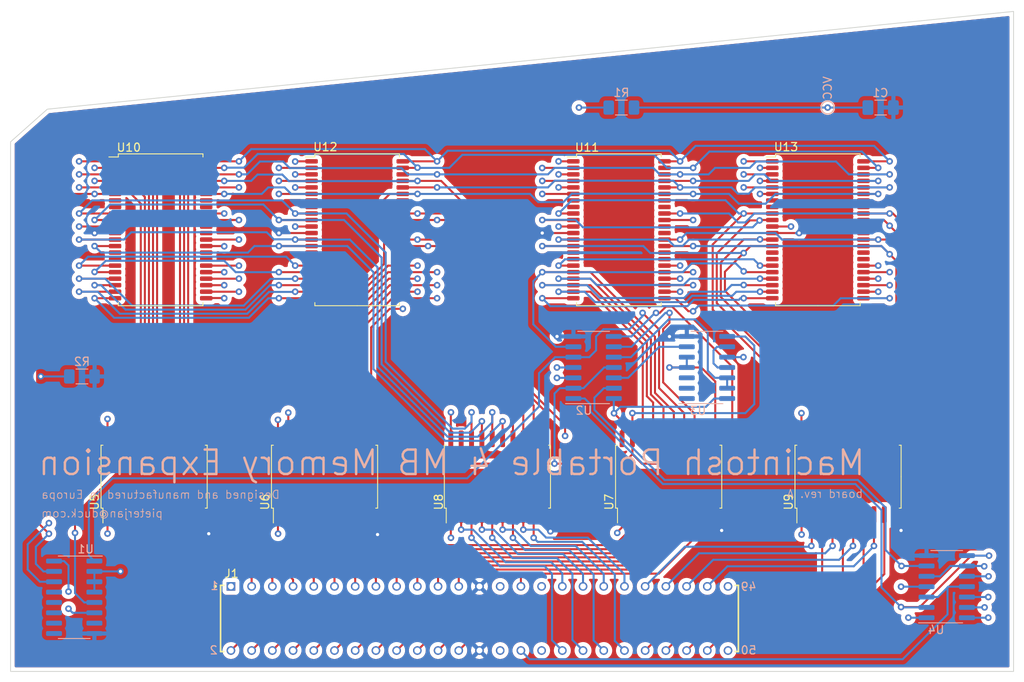
<source format=kicad_pcb>
(kicad_pcb (version 20211014) (generator pcbnew)
  (title_block (title "Macintosh Portable 4 MB Memory Expansion") (date "2022-11-04") (rev "A"))
  (layers (0 "F.Cu" signal) (1 "In1.Cu" power) (2 "In2.Cu" power) (31 "B.Cu" signal) (34 "B.Paste" user) (35 "F.Paste" user) (36 "B.SilkS" user "B.Silkscreen") (37 "F.SilkS" user "F.Silkscreen") (38 "B.Mask" user) (39 "F.Mask" user) (44 "Edge.Cuts" user))
  (net 0 "")
  (net 1 "ADDRVB(1)")
  (net 2 "ADDRVB(2)")
  (net 3 "ADDRVB(3)")
  (net 4 "ADDRVB(4)")
  (net 5 "ADDRVB(5)")
  (net 6 "ADDRVB(6)")
  (net 7 "ADDRVB(7)")
  (net 8 "ADDRVB(8)")
  (net 9 "ADDRVB(9)")
  (net 10 "ADDRVB(10)")
  (net 11 "ADDRVB(11)")
  (net 12 "ADDRVB(12)")
  (net 13 "ADDRVB(13)")
  (net 14 "ADDRVB(14)")
  (net 15 "ADDRVB(15)")
  (net 16 "ADDRVB(16)")
  (net 17 "ADDR(17)")
  (net 18 "ADDR(18)")
  (net 19 "ADDR(19)")
  (net 20 "ADDR(20)")
  (net 21 "ADDR(21)")
  (net 22 "ADDR(22)")
  (net 23 "ADDR(23)")
  (net 24 "GND")
  (net 27 "R{slash}W")
  (net 28 "UDS*")
  (net 29 "LDS*")
  (net 31 "DATA(0)")
  (net 32 "DATA(1)")
  (net 33 "DATA(2)")
  (net 34 "DATA(3)")
  (net 35 "DATA(4)")
  (net 36 "DATA(5)")
  (net 37 "DATA(6)")
  (net 38 "DATA(7)")
  (net 39 "DATA(8)")
  (net 40 "DATA(9)")
  (net 41 "DATA(10)")
  (net 42 "DATA(11)")
  (net 43 "DATA(12)")
  (net 44 "DATA(13)")
  (net 45 "DATA(14)")
  (net 46 "DATA(15)")
  (net 47 "VCC")
  (net 48 "RAM_ENABLE*")
  (net 55 "CS_COL1*")
  (net 56 "CS_COL0*")
  (net 57 "/Select Logic/ADDR_ENA")
  (net 58 "GND_REF")
  (net 59 "/Select Logic/OE*")
  (net 60 "/Select Logic/RW*")
  (net 61 "/Select Logic/WE*")
  (net 62 "A22")
  (net 63 "/Select Logic/ADDR_DIS")
  (net 64 "OE_BANK1*")
  (net 65 "WE_BANK0*")
  (net 66 "OE_BANK0*")
  (net 67 "WE_BANK1*")
  (net 68 "A8")
  (net 69 "A7")
  (net 70 "A6")
  (net 71 "A5")
  (net 72 "A4")
  (net 73 "A3")
  (net 74 "A2")
  (net 75 "A1")
  (net 76 "D7_BANK0")
  (net 77 "D6_BANK0")
  (net 78 "D5_BANK0")
  (net 79 "D4_BANK0")
  (net 80 "D3_BANK0")
  (net 81 "D2_BANK0")
  (net 82 "D1_BANK0")
  (net 83 "D0_BANK0")
  (net 84 "D7_BANK1")
  (net 85 "D6_BANK1")
  (net 86 "D5_BANK1")
  (net 87 "D4_BANK1")
  (net 88 "D3_BANK1")
  (net 89 "D2_BANK1")
  (net 90 "D1_BANK1")
  (net 91 "D0_BANK1")
  (net 92 "A16")
  (net 93 "A15")
  (net 94 "A14")
  (net 95 "A13")
  (net 96 "A12")
  (net 97 "A11")
  (net 98 "A10")
  (net 99 "A9")
  (net 100 "RW")
  (net 101 "A23")
  (net 102 "A21")
  (net 103 "A20")
  (net 104 "A19")
  (net 105 "A18")
  (net 106 "A17")
  (net 107 "VCC_REF")
  (net 108 "/Select Logic/ADDR_DIS*")
  (footprint "Package_SO:TSOP-II-44_10.16x18.41mm_P0.8mm" (layer "F.Cu") (at 143.1 95.8)
    (fp_text reference "U11")
    (fp_text value "AS6C8008")
  )
  (footprint "Package_SO:TSOP-II-44_10.16x18.41mm_P0.8mm" (layer "F.Cu") (at 111 95.8)
    (fp_text reference "U12")
    (fp_text value "AS6C8008")
  )
  (footprint "Package_SO:SOIC-20W_7.5x12.8mm_P1.27mm" (layer "F.Cu") (at 86.1 126.1 90)
    (fp_text reference "U5")
    (fp_text value "74HC245")
  )
  (footprint "Package_SO:SOIC-20W_7.5x12.8mm_P1.27mm" (layer "F.Cu") (at 107 126.1 90)
    (fp_text reference "U6")
    (fp_text value "74HC245")
  )
  (footprint "Connector_Samtec:Samtec_BCS-125-F-D-HE" (layer "F.Cu") (at 126 143.5 180)
    (fp_text reference "J1")
    (fp_text value "Conn_02x25_Odd_Even")
  )
  (footprint "Package_SO:TSOP-II-44_10.16x18.41mm_P0.8mm" (layer "F.Cu") (at 167.5 95.8)
    (fp_text reference "U13")
    (fp_text value "AS6C8008")
  )
  (footprint "Package_SO:SOIC-20W_7.5x12.8mm_P1.27mm" (layer "F.Cu") (at 171.2 126.1 90)
    (fp_text reference "U9")
    (fp_text value "74HC245")
  )
  (footprint "Package_SO:SOIC-20W_7.5x12.8mm_P1.27mm" (layer "F.Cu") (at 149.2 126.1 90)
    (fp_text reference "U7")
    (fp_text value "74HC245")
  )
  (footprint "Package_SO:SOIC-20W_7.5x12.8mm_P1.27mm" (layer "F.Cu") (at 128.2 126.1 90)
    (fp_text reference "U8")
    (fp_text value "74HC245")
  )
  (footprint "Package_SO:TSOP-II-44_10.16x18.41mm_P0.8mm" (layer "F.Cu") (at 86.9 95.8)
    (fp_text reference "U10")
    (fp_text value "AS6C8008")
  )
  (footprint "Package_SO:SOIC-14_3.9x8.7mm_P1.27mm" (layer "B.Cu") (at 153.9 112.7)
    (fp_text reference "U3")
    (fp_text value "74LS00")
  )
  (footprint "Resistor_SMD:R_1206_3216Metric_Pad1.30x1.75mm_HandSolder" (layer "B.Cu") (at 143.4 80.8 180)
    (fp_text reference "R1")
    (fp_text value "4.7kΩ")
  )
  (footprint "Package_SO:SOIC-14_3.9x8.7mm_P1.27mm" (layer "B.Cu") (at 140 112.7)
    (fp_text reference "U2")
    (fp_text value "74LS02")
  )
  (footprint "Package_SO:SOIC-14_3.9x8.7mm_P1.27mm" (layer "B.Cu") (at 183.3 139.6)
    (fp_text reference "U4")
    (fp_text value "74LS02")
  )
  (footprint "Package_SO:SOIC-16_3.9x9.9mm_P1.27mm" (layer "B.Cu") (at 76.3 140.9 180)
    (fp_text reference "U1")
    (fp_text value "74LS138")
  )
  (footprint "Capacitor_SMD:C_1206_3216Metric_Pad1.33x1.80mm_HandSolder" (layer "B.Cu") (at 175.2 80.8)
    (fp_text reference "C1")
    (fp_text value "10µF")
  )
  (footprint "Resistor_SMD:R_1206_3216Metric_Pad1.30x1.75mm_HandSolder" (layer "B.Cu") (at 77.25 113.8 180)
    (fp_text reference "R2")
    (fp_text value "4,7kΩ")
  )
  (gr_circle (center 168.7 80.8) (end 169.2 81.4) (layer "B.SilkS") (width 0.15) (fill none))
  (gr_poly locked (pts (xy 191.5 150) (xy 68.5 150) (xy 68.5 85) (xy 73 81) (xy 191.5 69)) (layer "Edge.Cuts") (width 0.1) (fill none))
  (gr_text "VCC" (at 168.7 78.4 90) (layer "B.SilkS") (effects (font (size 1 1)) (justify mirror)))
  (gr_text "Macintosh Portable 4 MB Memory Expansion" (at 173.5 124.4) (layer "B.SilkS") (effects (font (size 3 3) (thickness 0.3)) (justify left mirror)))
  (gr_text "board rev. A" (at 173.1 128.2) (layer "B.SilkS") (effects (font (size 1 1) (thickness 0.1)) (justify left mirror)))
  (gr_text "1" (at 93.5 139.5) (layer "B.SilkS") (effects (font (size 1 1)) (justify mirror)))
  (gr_text "49" (at 159 139.6) (layer "B.SilkS") (effects (font (size 1 1)) (justify mirror)))
  (gr_text "pieterjan@duck.com" (at 72.2 130.6) (layer "B.SilkS") (effects (font (size 1 1) (thickness 0.1)) (justify right mirror)))
  (gr_text "2" (at 93.4 147.4) (layer "B.SilkS") (effects (font (size 1 1)) (justify mirror)))
  (gr_text "Designed and manufactured in Europa" (at 72.2 128.3) (layer "B.SilkS") (effects (font (size 1 1) (thickness 0.1)) (justify right mirror)))
  (gr_text "50" (at 159 147.4) (layer "B.SilkS") (effects (font (size 1 1)) (justify mirror)))
  (segment (start 81.655 132.355) (end 87.3 138) (width 0.25) (layer "F.Cu") (net 1))
  (segment (start 81.655 130.75) (end 81.655 132.355) (width 0.25) (layer "F.Cu") (net 1))
  (segment (start 87.3 138) (end 96.1 138) (width 0.25) (layer "F.Cu") (net 1))
  (segment (start 96.8 146.155) (end 95.52 147.435) (width 0.25) (layer "F.Cu") (net 1))
  (segment (start 96.1 138) (end 96.8 138.7) (width 0.25) (layer "F.Cu") (net 1))
  (segment (start 96.8 138.7) (end 96.8 146.155) (width 0.25) (layer "F.Cu") (net 1))
  (segment (start 97 137.5) (end 88.1 137.5) (width 0.25) (layer "F.Cu") (net 2))
  (segment (start 98.06 139.565) (end 98.06 138.56) (width 0.25) (layer "F.Cu") (net 2))
  (segment (start 82.925 132.325) (end 82.925 130.75) (width 0.25) (layer "F.Cu") (net 2))
  (segment (start 98.06 138.56) (end 97 137.5) (width 0.25) (layer "F.Cu") (net 2))
  (segment (start 88.1 137.5) (end 82.925 132.325) (width 0.25) (layer "F.Cu") (net 2))
  (segment (start 88.85 137) (end 97.7 137) (width 0.25) (layer "F.Cu") (net 3))
  (segment (start 84.195 131.247462) (end 84.2 131.252462) (width 0.25) (layer "F.Cu") (net 3))
  (segment (start 84.2 132.35) (end 88.85 137) (width 0.25) (layer "F.Cu") (net 3))
  (segment (start 99.3 146.195) (end 98.06 147.435) (width 0.25) (layer "F.Cu") (net 3))
  (segment (start 97.7 137) (end 99.3 138.6) (width 0.25) (layer "F.Cu") (net 3))
  (segment (start 84.2 131.252462) (end 84.2 132.35) (width 0.25) (layer "F.Cu") (net 3))
  (segment (start 99.3 138.6) (end 99.3 146.195) (width 0.25) (layer "F.Cu") (net 3))
  (segment (start 84.195 130.75) (end 84.195 131.247462) (width 0.25) (layer "F.Cu") (net 3))
  (segment (start 100.6 139.565) (end 100.6 138.596447) (width 0.25) (layer "F.Cu") (net 4))
  (segment (start 89.6 136.5) (end 85.465 132.365) (width 0.25) (layer "F.Cu") (net 4))
  (segment (start 100.6 138.596447) (end 98.503553 136.5) (width 0.25) (layer "F.Cu") (net 4))
  (segment (start 98.503553 136.5) (end 89.6 136.5) (width 0.25) (layer "F.Cu") (net 4))
  (segment (start 85.465 132.365) (end 85.465 130.75) (width 0.25) (layer "F.Cu") (net 4))
  (segment (start 86.735 130.75) (end 86.735 132.335) (width 0.25) (layer "F.Cu") (net 5))
  (segment (start 99.3 136) (end 101.9 138.6) (width 0.25) (layer "F.Cu") (net 5))
  (segment (start 101.9 138.6) (end 101.9 146.135) (width 0.25) (layer "F.Cu") (net 5))
  (segment (start 101.9 146.135) (end 100.6 147.435) (width 0.25) (layer "F.Cu") (net 5))
  (segment (start 90.4 136) (end 99.3 136) (width 0.25) (layer "F.Cu") (net 5))
  (segment (start 86.735 132.335) (end 90.4 136) (width 0.25) (layer "F.Cu") (net 5))
  (segment (start 88 132.3) (end 88 130.755) (width 0.25) (layer "F.Cu") (net 6))
  (segment (start 91.2 135.5) (end 88 132.3) (width 0.25) (layer "F.Cu") (net 6))
  (segment (start 99.907106 135.5) (end 91.2 135.5) (width 0.25) (layer "F.Cu") (net 6))
  (segment (start 103.14 139.565) (end 103.14 138.732894) (width 0.25) (layer "F.Cu") (net 6))
  (segment (start 88 130.755) (end 88.005 130.75) (width 0.25) (layer "F.Cu") (net 6))
  (segment (start 103.14 138.732894) (end 99.907106 135.5) (width 0.25) (layer "F.Cu") (net 6))
  (segment (start 89.275 130.75) (end 89.275 132.275) (width 0.25) (layer "F.Cu") (net 7))
  (segment (start 92 135) (end 100.8 135) (width 0.25) (layer "F.Cu") (net 7))
  (segment (start 100.8 135) (end 104.4 138.6) (width 0.25) (layer "F.Cu") (net 7))
  (segment (start 89.275 132.275) (end 92 135) (width 0.25) (layer "F.Cu") (net 7))
  (segment (start 104.4 138.6) (end 104.4 146.175) (width 0.25) (layer "F.Cu") (net 7))
  (segment (start 104.4 146.175) (end 103.14 147.435) (width 0.25) (layer "F.Cu") (net 7))
  (segment (start 90.545 132.245) (end 92.8 134.5) (width 0.25) (layer "F.Cu") (net 8))
  (segment (start 105.68 138.58) (end 105.68 139.565) (width 0.25) (layer "F.Cu") (net 8))
  (segment (start 92.8 134.5) (end 101.6 134.5) (width 0.25) (layer "F.Cu") (net 8))
  (segment (start 101.6 134.5) (end 105.68 138.58) (width 0.25) (layer "F.Cu") (net 8))
  (segment (start 90.545 130.75) (end 90.545 132.245) (width 0.25) (layer "F.Cu") (net 8))
  (segment (start 102.555 130.65) (end 102.555 134.155) (width 0.25) (layer "F.Cu") (net 9))
  (segment (start 102.555 134.155) (end 107 138.6) (width 0.25) (layer "F.Cu") (net 9))
  (segment (start 107 138.6) (end 107 146.115) (width 0.25) (layer "F.Cu") (net 9))
  (segment (start 107 146.115) (end 105.68 147.435) (width 0.25) (layer "F.Cu") (net 9))
  (segment (start 103.825 134.125) (end 108.22 138.52) (width 0.25) (layer "F.Cu") (net 10))
  (segment (start 108.22 138.52) (end 108.22 139.565) (width 0.25) (layer "F.Cu") (net 10))
  (segment (start 103.825 130.65) (end 103.825 134.125) (width 0.25) (layer "F.Cu") (net 10))
  (segment (start 105.095 134.095) (end 109.5 138.5) (width 0.25) (layer "F.Cu") (net 11))
  (segment (start 105.095 130.65) (end 105.095 134.095) (width 0.25) (layer "F.Cu") (net 11))
  (segment (start 109.5 138.5) (end 109.5 146.155) (width 0.25) (layer "F.Cu") (net 11))
  (segment (start 109.5 146.155) (end 108.22 147.435) (width 0.25) (layer "F.Cu") (net 11))
  (segment (start 106.365 134.165) (end 106.365 130.65) (width 0.25) (layer "F.Cu") (net 12))
  (segment (start 110.76 138.56) (end 106.365 134.165) (width 0.25) (layer "F.Cu") (net 12))
  (segment (start 110.76 139.565) (end 110.76 138.56) (width 0.25) (layer "F.Cu") (net 12))
  (segment (start 112 146.195) (end 110.76 147.435) (width 0.25) (layer "F.Cu") (net 13))
  (segment (start 112 138.6) (end 112 146.195) (width 0.25) (layer "F.Cu") (net 13))
  (segment (start 107.635 134.235) (end 112 138.6) (width 0.25) (layer "F.Cu") (net 13))
  (segment (start 107.635 130.65) (end 107.635 134.235) (width 0.25) (layer "F.Cu") (net 13))
  (segment (start 108.905 134.205) (end 108.905 130.65) (width 0.25) (layer "F.Cu") (net 14))
  (segment (start 113.3 138.6) (end 108.905 134.205) (width 0.25) (layer "F.Cu") (net 14))
  (segment (start 113.3 139.565) (end 113.3 138.6) (width 0.25) (layer "F.Cu") (net 14))
  (segment (start 110.175 130.65) (end 110.175 134.125) (width 0.25) (layer "F.Cu") (net 15))
  (segment (start 110.175 134.125) (end 114.6 138.55) (width 0.25) (layer "F.Cu") (net 15))
  (segment (start 114.6 138.55) (end 114.6 146.135) (width 0.25) (layer "F.Cu") (net 15))
  (segment (start 114.6 146.135) (end 113.3 147.435) (width 0.25) (layer "F.Cu") (net 15))
  (segment (start 115.84 139.565) (end 115.84 138.54) (width 0.25) (layer "F.Cu") (net 16))
  (segment (start 111.445 134.145) (end 111.445 130.65) (width 0.25) (layer "F.Cu") (net 16))
  (segment (start 115.84 138.54) (end 111.445 134.145) (width 0.25) (layer "F.Cu") (net 16))
  (segment (start 117.2 138.5) (end 117.2 146.075) (width 0.25) (layer "F.Cu") (net 17))
  (segment (start 117.2 146.075) (end 115.84 147.435) (width 0.25) (layer "F.Cu") (net 17))
  (segment (start 144.755 130.75) (end 144.755 132.345) (width 0.25) (layer "F.Cu") (net 17))
  (segment (start 142.6 134.5) (end 121.2 134.5) (width 0.25) (layer "F.Cu") (net 17))
  (segment (start 121.2 134.5) (end 117.2 138.5) (width 0.25) (layer "F.Cu") (net 17))
  (segment (start 144.755 132.345) (end 142.6 134.5) (width 0.25) (layer "F.Cu") (net 17))
  (segment (start 146.025 132.325) (end 146.025 130.75) (width 0.25) (layer "F.Cu") (net 18))
  (segment (start 118.38 139.565) (end 118.38 138.42) (width 0.25) (layer "F.Cu") (net 18))
  (segment (start 143.35 135) (end 146.025 132.325) (width 0.25) (layer "F.Cu") (net 18))
  (segment (start 118.38 138.42) (end 121.8 135) (width 0.25) (layer "F.Cu") (net 18))
  (segment (start 121.8 135) (end 143.35 135) (width 0.25) (layer "F.Cu") (net 18))
  (segment (start 119.7 138.4) (end 119.7 146.115) (width 0.25) (layer "F.Cu") (net 19))
  (segment (start 147.3 131.435) (end 147.3 132.3) (width 0.25) (layer "F.Cu") (net 19))
  (segment (start 147.295 130.75) (end 147.295 131.43) (width 0.25) (layer "F.Cu") (net 19))
  (segment (start 122.6 135.5) (end 119.7 138.4) (width 0.25) (layer "F.Cu") (net 19))
  (segment (start 119.7 146.115) (end 118.38 147.435) (width 0.25) (layer "F.Cu") (net 19))
  (segment (start 144.1 135.5) (end 122.6 135.5) (width 0.25) (layer "F.Cu") (net 19))
  (segment (start 147.3 132.3) (end 144.1 135.5) (width 0.25) (layer "F.Cu") (net 19))
  (segment (start 147.295 131.43) (end 147.3 131.435) (width 0.25) (layer "F.Cu") (net 19))
  (segment (start 144.9 136) (end 148.565 132.335) (width 0.25) (layer "F.Cu") (net 20))
  (segment (start 123.3 136) (end 144.9 136) (width 0.25) (layer "F.Cu") (net 20))
  (segment (start 120.92 138.38) (end 123.3 136) (width 0.25) (layer "F.Cu") (net 20))
  (segment (start 120.92 139.565) (end 120.92 138.38) (width 0.25) (layer "F.Cu") (net 20))
  (segment (start 148.565 132.335) (end 148.565 130.75) (width 0.25) (layer "F.Cu") (net 20))
  (segment (start 124.1 136.5) (end 122.2 138.4) (width 0.25) (layer "F.Cu") (net 21))
  (segment (start 145.7 136.5) (end 124.1 136.5) (width 0.25) (layer "F.Cu") (net 21))
  (segment (start 122.2 138.4) (end 122.2 146.155) (width 0.25) (layer "F.Cu") (net 21))
  (segment (start 149.835 132.365) (end 145.7 136.5) (width 0.25) (layer "F.Cu") (net 21))
  (segment (start 149.835 130.75) (end 149.835 132.365) (width 0.25) (layer "F.Cu") (net 21))
  (segment (start 122.2 146.155) (end 120.92 147.435) (width 0.25) (layer "F.Cu") (net 21))
  (segment (start 146.45 137) (end 151.105 132.345) (width 0.25) (layer "F.Cu") (net 22))
  (segment (start 151.105 132.345) (end 151.105 130.75) (width 0.25) (layer "F.Cu") (net 22))
  (segment (start 124.9 137) (end 146.45 137) (width 0.25) (layer "F.Cu") (net 22))
  (segment (start 123.46 139.565) (end 123.46 138.44) (width 0.25) (layer "F.Cu") (net 22))
  (segment (start 123.46 138.44) (end 124.9 137) (width 0.25) (layer "F.Cu") (net 22))
  (segment (start 152.375 130.75) (end 152.375 132.325) (width 0.25) (layer "F.Cu") (net 23))
  (segment (start 124.7 138.5) (end 124.7 146.195) (width 0.25) (layer "F.Cu") (net 23))
  (segment (start 124.7 146.195) (end 123.46 147.435) (width 0.25) (layer "F.Cu") (net 23))
  (segment (start 147.2 137.5) (end 125.7 137.5) (width 0.25) (layer "F.Cu") (net 23))
  (segment (start 125.7 137.5) (end 124.7 138.5) (width 0.25) (layer "F.Cu") (net 23))
  (segment (start 152.375 132.325) (end 147.2 137.5) (width 0.25) (layer "F.Cu") (net 23))
  (segment (start 154.915 131.915) (end 154.915 130.75) (width 0.25) (layer "F.Cu") (net 24))
  (segment (start 112.715 132.415) (end 112.715 130.65) (width 0.25) (layer "F.Cu") (net 24))
  (segment (start 155.7 132.7) (end 154.915 131.915) (width 0.25) (layer "F.Cu") (net 24))
  (segment (start 137.5125 96.2) (end 133.7 96.2) (width 0.25) (layer "F.Cu") (net 24))
  (segment (start 92.8 133.1) (end 91.815 132.115) (width 0.25) (layer "F.Cu") (net 24))
  (segment (start 91.815 132.115) (end 91.815 130.75) (width 0.25) (layer "F.Cu") (net 24))
  (segment (start 81.3125 96.2) (end 78.8 96.2) (width 0.25) (layer "F.Cu") (net 24))
  (segment (start 101.4 96.2) (end 105.4125 96.2) (width 0.25) (layer "F.Cu") (net 24))
  (segment (start 113.5 133.2) (end 112.715 132.415) (width 0.25) (layer "F.Cu") (net 24))
  (segment (start 133.915 130.55) (end 133.915 132.015) (width 0.25) (layer "F.Cu") (net 24))
  (segment (start 176.915 130.45) (end 176.915 131.915) (width 0.25) (layer "F.Cu") (net 24))
  (segment (start 176.915 131.915) (end 177.7 132.7) (width 0.25) (layer "F.Cu") (net 24))
  (segment (start 133.915 132.015) (end 134.7 132.8) (width 0.25) (layer "F.Cu") (net 24))
  (segment (start 161.9125 96.2) (end 165.2 96.2) (width 0.25) (layer "F.Cu") (net 24))
  (via (at 177.7 132.7) (size 0.8) (drill 0.4) (layers "F.Cu" "B.Cu") (net 24))
  (via (at 165.2 96.2) (size 0.8) (drill 0.4) (layers "F.Cu" "B.Cu") (net 24))
  (via (at 113.5 133.2) (size 0.8) (drill 0.4) (layers "F.Cu" "B.Cu") (net 24))
  (via (at 92.8 133.1) (size 0.8) (drill 0.4) (layers "F.Cu" "B.Cu") (net 24))
  (via (at 134.7 132.8) (size 0.8) (drill 0.4) (layers "F.Cu" "B.Cu") (net 24))
  (via (at 78.8 96.2) (size 0.8) (drill 0.4) (layers "F.Cu" "B.Cu") (net 24))
  (via (at 135.51 108.89) (size 0.8) (drill 0.4) (layers "F.Cu" "B.Cu") (net 24))
  (via (at 101.4 96.2) (size 0.8) (drill 0.4) (layers "F.Cu" "B.Cu") (net 24))
  (via (at 149.3 108.9) (size 0.8) (drill 0.4) (layers "F.Cu" "B.Cu") (net 24))
  (via (at 133.7 96.2) (size 0.8) (drill 0.4) (layers "F.Cu" "B.Cu") (net 24))
  (via (at 155.7 132.7) (size 0.8) (drill 0.4) (layers "F.Cu" "B.Cu") (net 24))
  (segment (start 137.525 108.89) (end 135.51 108.89) (width 0.25) (layer "B.Cu") (net 24))
  (segment (start 149.31 108.89) (end 151.425 108.89) (width 0.25) (layer "B.Cu") (net 24))
  (segment (start 149.3 108.9) (end 149.31 108.89) (width 0.25) (layer "B.Cu") (net 24))
  (segment (start 131.5 138) (end 148 138) (width 0.25) (layer "F.Cu") (net 27))
  (segment (start 148 138) (end 153.645 132.355) (width 0.25) (layer "F.Cu") (net 27))
  (segment (start 153.645 132.355) (end 153.645 130.75) (width 0.25) (layer "F.Cu") (net 27))
  (segment (start 131.08 138.42) (end 131.5 138) (width 0.25) (layer "F.Cu") (net 27))
  (segment (start 131.08 139.565) (end 131.08 138.42) (width 0.25) (layer "F.Cu") (net 27))
  (segment (start 183.4 139.7) (end 183.5 139.6) (width 0.25) (layer "B.Cu") (net 28))
  (segment (start 182.23 140.87) (end 183.4 139.7) (width 0.25) (layer "B.Cu") (net 28))
  (segment (start 131.08 147.435) (end 132.145 148.5) (width 0.25) (layer "B.Cu") (net 28))
  (segment (start 183.4 143) (end 183.4 139.7) (width 0.25) (layer "B.Cu") (net 28))
  (segment (start 132.145 148.5) (end 177.9 148.5) (width 0.25) (layer "B.Cu") (net 28))
  (segment (start 180.825 140.87) (end 182.23 140.87) (width 0.25) (layer "B.Cu") (net 28))
  (segment (start 183.5 139.6) (end 185.775 139.6) (width 0.25) (layer "B.Cu") (net 28))
  (segment (start 177.9 148.5) (end 183.4 143) (width 0.25) (layer "B.Cu") (net 28))
  (via (at 187.9 137.1) (size 0.8) (drill 0.4) (layers "F.Cu" "B.Cu") (net 29))
  (segment (start 187.86 137.06) (end 185.775 137.06) (width 0.25) (layer "B.Cu") (net 29))
  (segment (start 182.47 138.33) (end 183.74 137.06) (width 0.25) (layer "B.Cu") (net 29))
  (segment (start 180.825 138.33) (end 182.47 138.33) (width 0.25) (layer "B.Cu") (net 29))
  (segment (start 187.9 137.1) (end 187.86 137.06) (width 0.25) (layer "B.Cu") (net 29))
  (segment (start 183.74 137.06) (end 185.775 137.06) (width 0.25) (layer "B.Cu") (net 29))
  (segment (start 123.755 130.75) (end 123.755 132.6) (width 0.25) (layer "F.Cu") (net 31))
  (via (at 123.755 132.6) (size 0.8) (drill 0.4) (layers "F.Cu" "B.Cu") (net 31))
  (segment (start 134.8 136.6) (end 136.16 137.96) (width 0.25) (layer "B.Cu") (net 31))
  (segment (start 125.203984 132.6) (end 129.203984 136.6) (width 0.25) (layer "B.Cu") (net 31))
  (segment (start 129.203984 136.6) (end 134.8 136.6) (width 0.25) (layer "B.Cu") (net 31))
  (segment (start 123.755 132.6) (end 125.203984 132.6) (width 0.25) (layer "B.Cu") (net 31))
  (segment (start 136.16 137.96) (end 136.16 139.565) (width 0.25) (layer "B.Cu") (net 31))
  (segment (start 125.025 130.75) (end 125.025 133.6) (width 0.25) (layer "F.Cu") (net 32))
  (via (at 125.025 133.6) (size 0.8) (drill 0.4) (layers "F.Cu" "B.Cu") (net 32))
  (segment (start 134 137.1) (end 134.9 138) (width 0.25) (layer "B.Cu") (net 32))
  (segment (start 125.025 133.6) (end 128.525 137.1) (width 0.25) (layer "B.Cu") (net 32))
  (segment (start 128.525 137.1) (end 134 137.1) (width 0.25) (layer "B.Cu") (net 32))
  (segment (start 134.9 138) (end 134.9 146.175) (width 0.25) (layer "B.Cu") (net 32))
  (segment (start 134.9 146.175) (end 136.16 147.435) (width 0.25) (layer "B.Cu") (net 32))
  (segment (start 126.3 132.6) (end 126.295 132.595) (width 0.25) (layer "F.Cu") (net 33))
  (segment (start 126.295 132.595) (end 126.295 130.75) (width 0.25) (layer "F.Cu") (net 33))
  (via (at 126.3 132.6) (size 0.8) (drill 0.4) (layers "F.Cu" "B.Cu") (net 33))
  (segment (start 127.738984 132.6) (end 130.738984 135.6) (width 0.25) (layer "B.Cu") (net 33))
  (segment (start 130.738984 135.6) (end 136.2675 135.6) (width 0.25) (layer "B.Cu") (net 33))
  (segment (start 126.3 132.6) (end 127.738984 132.6) (width 0.25) (layer "B.Cu") (net 33))
  (segment (start 136.2675 135.6) (end 138.7 138.0325) (width 0.25) (layer "B.Cu") (net 33))
  (segment (start 138.7 138.0325) (end 138.7 139.565) (width 0.25) (layer "B.Cu") (net 33))
  (segment (start 127.565 130.75) (end 127.565 133.6) (width 0.25) (layer "F.Cu") (net 34))
  (via (at 127.565 133.6) (size 0.8) (drill 0.4) (layers "F.Cu" "B.Cu") (net 34))
  (segment (start 137.4 138) (end 135.5 136.1) (width 0.25) (layer "B.Cu") (net 34))
  (segment (start 138.7 147.435) (end 137.4 146.135) (width 0.25) (layer "B.Cu") (net 34))
  (segment (start 130.065 136.1) (end 127.565 133.6) (width 0.25) (layer "B.Cu") (net 34))
  (segment (start 137.4 146.135) (end 137.4 138) (width 0.25) (layer "B.Cu") (net 34))
  (segment (start 135.5 136.1) (end 130.065 136.1) (width 0.25) (layer "B.Cu") (net 34))
  (segment (start 128.835 130.75) (end 128.835 132.6) (width 0.25) (layer "F.Cu") (net 35))
  (via (at 128.835 132.6) (size 0.8) (drill 0.4) (layers "F.Cu" "B.Cu") (net 35))
  (segment (start 137.8 134.6) (end 141.24 138.04) (width 0.25) (layer "B.Cu") (net 35))
  (segment (start 130.3 132.621016) (end 132.278984 134.6) (width 0.25) (layer "B.Cu") (net 35))
  (segment (start 141.24 138.04) (end 141.24 139.565) (width 0.25) (layer "B.Cu") (net 35))
  (segment (start 128.835 132.6) (end 130.3 132.6) (width 0.25) (layer "B.Cu") (net 35))
  (segment (start 132.278984 134.6) (end 137.8 134.6) (width 0.25) (layer "B.Cu") (net 35))
  (segment (start 130.3 132.6) (end 130.3 132.621016) (width 0.25) (layer "B.Cu") (net 35))
  (segment (start 130.105 133.595) (end 130.1 133.6) (width 0.25) (layer "F.Cu") (net 36))
  (segment (start 130.105 130.75) (end 130.105 133.595) (width 0.25) (layer "F.Cu") (net 36))
  (via (at 130.1 133.6) (size 0.8) (drill 0.4) (layers "F.Cu" "B.Cu") (net 36))
  (segment (start 137 135.1) (end 131.6 135.1) (width 0.25) (layer "B.Cu") (net 36))
  (segment (start 140 138.1) (end 137 135.1) (width 0.25) (layer "B.Cu") (net 36))
  (segment (start 141.24 147.435) (end 140 146.195) (width 0.25) (layer "B.Cu") (net 36))
  (segment (start 140 146.195) (end 140 138.1) (width 0.25) (layer "B.Cu") (net 36))
  (segment (start 131.6 135.1) (end 130.1 133.6) (width 0.25) (layer "B.Cu") (net 36))
  (segment (start 131.375 130.75) (end 131.375 132.6) (width 0.25) (layer "F.Cu") (net 37))
  (via (at 131.375 132.6) (size 0.8) (drill 0.4) (layers "F.Cu" "B.Cu") (net 37))
  (segment (start 139.275 133.575) (end 143.78 138.08) (width 0.25) (layer "B.Cu") (net 37))
  (segment (start 143.78 138.08) (end 143.78 139.565) (width 0.25) (layer "B.Cu") (net 37))
  (segment (start 134.175 133.575) (end 139.275 133.575) (width 0.25) (layer "B.Cu") (net 37))
  (segment (start 131.375 132.6) (end 133.2 132.6) (width 0.25) (layer "B.Cu") (net 37))
  (segment (start 133.2 132.6) (end 134.175 133.575) (width 0.25) (layer "B.Cu") (net 37))
  (segment (start 132.645 130.75) (end 132.645 133.6) (width 0.25) (layer "F.Cu") (net 38))
  (via (at 132.645 133.6) (size 0.8) (drill 0.4) (layers "F.Cu" "B.Cu") (net 38))
  (segment (start 138.6 134.1) (end 133.145 134.1) (width 0.25) (layer "B.Cu") (net 38))
  (segment (start 143.78 147.435) (end 142.6 146.255) (width 0.25) (layer "B.Cu") (net 38))
  (segment (start 133.145 134.1) (end 132.645 133.6) (width 0.25) (layer "B.Cu") (net 38))
  (segment (start 142.6 138.1) (end 138.6 134.1) (width 0.25) (layer "B.Cu") (net 38))
  (segment (start 142.6 146.255) (end 142.6 138.1) (width 0.25) (layer "B.Cu") (net 38))
  (segment (start 166.755 134.545) (end 166.755 130.45) (width 0.25) (layer "F.Cu") (net 39))
  (segment (start 166.7 134.6) (end 166.755 134.545) (width 0.25) (layer "F.Cu") (net 39))
  (via (at 166.7 134.6) (size 0.8) (drill 0.4) (layers "F.Cu" "B.Cu") (net 39))
  (segment (start 166.7 134.6) (end 166.6 134.7) (width 0.25) (layer "B.Cu") (net 39))
  (segment (start 151.185 134.7) (end 146.32 139.565) (width 0.25) (layer "B.Cu") (net 39))
  (segment (start 166.6 134.7) (end 151.185 134.7) (width 0.25) (layer "B.Cu") (net 39))
  (segment (start 168.025 137.975) (end 168.025 130.45) (width 0.25) (layer "F.Cu") (net 40))
  (segment (start 151.455 142.3) (end 163.7 142.3) (width 0.25) (layer "F.Cu") (net 40))
  (segment (start 163.7 142.3) (end 168.025 137.975) (width 0.25) (layer "F.Cu") (net 40))
  (segment (start 146.32 147.435) (end 151.455 142.3) (width 0.25) (layer "F.Cu") (net 40))
  (segment (start 169.295 130.45) (end 169.295 134.595) (width 0.25) (layer "F.Cu") (net 41))
  (segment (start 169.295 134.595) (end 169.3 134.6) (width 0.25) (layer "F.Cu") (net 41))
  (via (at 169.3 134.6) (size 0.8) (drill 0.4) (layers "F.Cu" "B.Cu") (net 41))
  (segment (start 168.4 135.5) (end 169.3 134.6) (width 0.25) (layer "B.Cu") (net 41))
  (segment (start 152.925 135.5) (end 168.4 135.5) (width 0.25) (layer "B.Cu") (net 41))
  (segment (start 148.86 139.565) (end 152.925 135.5) (width 0.25) (layer "B.Cu") (net 41))
  (segment (start 165.65 142.9) (end 153.395 142.9) (width 0.25) (layer "F.Cu") (net 42))
  (segment (start 153.395 142.9) (end 148.86 147.435) (width 0.25) (layer "F.Cu") (net 42))
  (segment (start 170.565 137.985) (end 165.65 142.9) (width 0.25) (layer "F.Cu") (net 42))
  (segment (start 170.565 130.45) (end 170.565 137.985) (width 0.25) (layer "F.Cu") (net 42))
  (segment (start 171.835 130.45) (end 171.835 134.565) (width 0.25) (layer "F.Cu") (net 43))
  (segment (start 171.835 134.565) (end 171.8 134.6) (width 0.25) (layer "F.Cu") (net 43))
  (via (at 171.8 134.6) (size 0.8) (drill 0.4) (layers "F.Cu" "B.Cu") (net 43))
  (segment (start 154.665 136.3) (end 151.4 139.565) (width 0.25) (layer "B.Cu") (net 43))
  (segment (start 171.8 134.6) (end 170.1 136.3) (width 0.25) (layer "B.Cu") (net 43))
  (segment (start 170.1 136.3) (end 154.665 136.3) (width 0.25) (layer "B.Cu") (net 43))
  (segment (start 155.335 143.5) (end 167.6 143.5) (width 0.25) (layer "F.Cu") (net 44))
  (segment (start 151.4 147.435) (end 155.335 143.5) (width 0.25) (layer "F.Cu") (net 44))
  (segment (start 173.105 137.995) (end 173.105 130.45) (width 0.25) (layer "F.Cu") (net 44))
  (segment (start 167.6 143.5) (end 173.105 137.995) (width 0.25) (layer "F.Cu") (net 44))
  (segment (start 174.375 130.45) (end 174.375 134.6) (width 0.25) (layer "F.Cu") (net 45))
  (via (at 174.375 134.6) (size 0.8) (drill 0.4) (layers "F.Cu" "B.Cu") (net 45))
  (segment (start 156.405 137.1) (end 153.94 139.565) (width 0.25) (layer "B.Cu") (net 45))
  (segment (start 174.375 134.625) (end 171.9 137.1) (width 0.25) (layer "B.Cu") (net 45))
  (segment (start 174.375 134.6) (end 174.375 134.625) (width 0.25) (layer "B.Cu") (net 45))
  (segment (start 171.9 137.1) (end 156.405 137.1) (width 0.25) (layer "B.Cu") (net 45))
  (segment (start 175.645 138.055) (end 169.6 144.1) (width 0.25) (layer "F.Cu") (net 46))
  (segment (start 157.275 144.1) (end 153.94 147.435) (width 0.25) (layer "F.Cu") (net 46))
  (segment (start 175.645 130.45) (end 175.645 138.055) (width 0.25) (layer "F.Cu") (net 46))
  (segment (start 169.6 144.1) (end 157.275 144.1) (width 0.25) (layer "F.Cu") (net 46))
  (segment (start 105.4125 95.4) (end 103.4 95.4) (width 0.25) (layer "F.Cu") (net 47))
  (segment (start 143.485 119.3) (end 142.5 118.315) (width 0.25) (layer "F.Cu") (net 47))
  (segment (start 101.285 121.35) (end 101.285 119.115) (width 0.25) (layer "F.Cu") (net 47))
  (segment (start 81.3125 95.4) (end 76.9 95.4) (width 0.25) (layer "F.Cu") (net 47))
  (segment (start 80.385 121.45) (end 80.385 119.015) (width 0.25) (layer "F.Cu") (net 47))
  (segment (start 143.485 121.15) (end 143.485 119.3) (width 0.25) (layer "F.Cu") (net 47))
  (segment (start 161.9125 95.4) (end 164.2 95.4) (width 0.25) (layer "F.Cu") (net 47))
  (segment (start 122.485 121.25) (end 122.485 118.215) (width 0.25) (layer "F.Cu") (net 47))
  (segment (start 165.485 121.45) (end 165.485 118.3) (width 0.25) (layer "F.Cu") (net 47))
  (segment (start 122.485 118.215) (end 122.5 118.2) (width 0.25) (layer "F.Cu") (net 47))
  (segment (start 137.5125 95.4) (end 135.7 95.4) (width 0.25) (layer "F.Cu") (net 47))
  (via (at 188.4 143.4) (size 0.8) (drill 0.4) (layers "F.Cu" "B.Cu") (net 47))
  (via (at 122.5 118.2) (size 0.8) (drill 0.4) (layers "F.Cu" "B.Cu") (net 47))
  (via (at 164.2 95.4) (size 0.8) (drill 0.4) (layers "F.Cu" "B.Cu") (net 47))
  (via (at 76.9 95.4) (size 0.8) (drill 0.4) (layers "F.Cu" "B.Cu") (net 47))
  (via (at 80.385 119.015) (size 0.8) (drill 0.4) (layers "F.Cu" "B.Cu") (net 47))
  (via (at 101.285 119.115) (size 0.8) (drill 0.4) (layers "F.Cu" "B.Cu") (net 47))
  (via (at 103.4 95.4) (size 0.8) (drill 0.4) (layers "F.Cu" "B.Cu") (net 47))
  (via (at 75.6 140.2) (size 0.8) (drill 0.4) (layers "F.Cu" "B.Cu") (net 47))
  (via (at 142.5 118.315) (size 0.8) (drill 0.4) (layers "F.Cu" "B.Cu") (net 47))
  (via (at 165.485 118.3) (size 0.8) (drill 0.4) (layers "F.Cu" "B.Cu") (net 47))
  (via (at 135.7 95.4) (size 0.8) (drill 0.4) (layers "F.Cu" "B.Cu") (net 47))
  (via (at 168.7 80.8) (size 0.8) (drill 0.4) (layers "F.Cu" "B.Cu") (net 47))
  (segment (start 142.5 118.315) (end 142.475 118.29) (width 0.25) (layer "B.Cu") (net 47))
  (segment (start 185.775 143.41) (end 188.39 143.41) (width 0.25) (layer "B.Cu") (net 47))
  (segment (start 143.29 117.525) (end 142.5 118.315) (width 0.25) (layer "B.Cu") (net 47))
  (segment (start 188.39 143.41) (end 188.4 143.4) (width 0.25) (layer "B.Cu") (net 47))
  (segment (start 156.375 116.51) (end 154.79 116.51) (width 0.25) (layer "B.Cu") (net 47))
  (segment (start 142.475 118.29) (end 142.475 116.51) (width 0.25) (layer "B.Cu") (net 47))
  (segment (start 173.6375 80.8) (end 168.7 80.8) (width 0.25) (layer "B.Cu") (net 47))
  (segment (start 75.6 140.2) (end 75.6 137) (width 0.25) (layer "B.Cu") (net 47))
  (segment (start 75.6 137) (end 75.055 136.455) (width 0.25) (layer "B.Cu") (net 47))
  (segment (start 154.79 116.51) (end 153.775 117.525) (width 0.25) (layer "B.Cu") (net 47))
  (segment (start 168.7 80.8) (end 144.95 80.8) (width 0.25) (layer "B.Cu") (net 47))
  (segment (start 75.055 136.455) (end 73.825 136.455) (width 0.25) (layer "B.Cu") (net 47))
  (segment (start 153.775 117.525) (end 143.29 117.525) (width 0.25) (layer "B.Cu") (net 47))
  (segment (start 144.755 123.345) (end 143.6 124.5) (width 0.25) (layer "F.Cu") (net 48))
  (segment (start 81.655 124.445) (end 80.6 125.5) (width 0.25) (layer "F.Cu") (net 48))
  (segment (start 143.6 124.5) (end 124.7 124.5) (width 0.25) (layer "F.Cu") (net 48))
  (segment (start 81.655 121.45) (end 81.655 124.445) (width 0.25) (layer "F.Cu") (net 48))
  (segment (start 102.555 123.555) (end 102.555 121.45) (width 0.25) (layer "F.Cu") (net 48))
  (segment (start 144.755 121.45) (end 144.755 118.3) (width 0.25) (layer "F.Cu") (net 48))
  (segment (start 76.4 129.7) (end 80.6 125.5) (width 0.25) (layer "F.Cu") (net 48))
  (segment (start 165.5 124.5) (end 166.755 123.245) (width 0.25) (layer "F.Cu") (net 48))
  (segment (start 81.655 124.445) (end 101.655 124.445) (width 0.25) (layer "F.Cu") (net 48))
  (segment (start 144.755 123.345) (end 145.91 124.5) (width 0.25) (layer "F.Cu") (net 48))
  (segment (start 166.755 123.245) (end 166.755 121.45) (width 0.25) (layer "F.Cu") (net 48))
  (segment (start 123.755 123.555) (end 123.755 121.45) (width 0.25) (layer "F.Cu") (net 48))
  (segment (start 102.555 121.45) (end 102.555 118.245) (width 0.25) (layer "F.Cu") (net 48))
  (segment (start 102.545 123.555) (end 101.95 124.15) (width 0.25) (layer "F.Cu") (net 48))
  (segment (start 102.555 123.555) (end 102.545 123.555) (width 0.25) (layer "F.Cu") (net 48))
  (segment (start 144.755 121.45) (end 144.755 123.345) (width 0.25) (layer "F.Cu") (net 48))
  (segment (start 145.91 124.5) (end 165.5 124.5) (width 0.25) (layer "F.Cu") (net 48))
  (segment (start 76.4 133) (end 76.4 129.7) (width 0.25) (layer "F.Cu") (net 48))
  (segment (start 124.7 124.5) (end 123.755 123.555) (width 0.25) (layer "F.Cu") (net 48))
  (segment (start 101.655 124.445) (end 101.95 124.15) (width 0.25) (layer "F.Cu") (net 48))
  (segment (start 80.6 125.5) (end 81.6 124.5) (width 0.25) (layer "F.Cu") (net 48))
  (via (at 76.4 133) (size 0.8) (drill 0.4) (layers "F.Cu" "B.Cu") (net 48))
  (via (at 135.2 124.5) (size 0.8) (drill 0.4) (layers "F.Cu" "B.Cu") (net 48))
  (via (at 144.755 118.3) (size 0.8) (drill 0.4) (layers "F.Cu" "B.Cu") (net 48))
  (via (at 102.555 118.245) (size 0.8) (drill 0.4) (layers "F.Cu" "B.Cu") (net 48))
  (segment (start 141.3 112.7) (end 142.475 112.7) (width 0.25) (layer "B.Cu") (net 48))
  (segment (start 159.7 117.2) (end 159.7 110) (width 0.25) (layer "B.Cu") (net 48))
  (segment (start 77.535 141.535) (end 78.775 141.535) (width 0.25) (layer "B.Cu") (net 48))
  (segment (start 135.2 115.9) (end 135.86 115.24) (width 0.25) (layer "B.Cu") (net 48))
  (segment (start 159.7 110) (end 158.6 108.9) (width 0.25) (layer "B.Cu") (net 48))
  (segment (start 135.86 115.24) (end 137.525 115.24) (width 0.25) (layer "B.Cu") (net 48))
  (segment (start 135.2 124.5) (end 135.2 115.9) (width 0.25) (layer "B.Cu") (net 48))
  (segment (start 158.6 118.3) (end 159.7 117.2) (width 0.25) (layer "B.Cu") (net 48))
  (segment (start 76.4 140.4) (end 77.535 141.535) (width 0.25) (layer "B.Cu") (net 48))
  (segment (start 137.525 115.24) (end 138.76 115.24) (width 0.25) (layer "B.Cu") (net 48))
  (segment (start 138.76 115.24) (end 141.3 112.7) (width 0.25) (layer "B.Cu") (net 48))
  (segment (start 76.4 133) (end 76.4 140.4) (width 0.25) (layer "B.Cu") (net 48))
  (segment (start 144.755 118.3) (end 158.6 118.3) (width 0.25) (layer "B.Cu") (net 48))
  (segment (start 158.6 108.9) (end 156.385 108.9) (width 0.25) (layer "B.Cu") (net 48))
  (segment (start 156.385 108.9) (end 156.375 108.89) (width 0.25) (layer "B.Cu") (net 48))
  (segment (start 105.4125 91.4) (end 101.4 91.4) (width 0.25) (layer "F.Cu") (net 55))
  (segment (start 161.9125 91.4) (end 160.4 91.4) (width 0.25) (layer "F.Cu") (net 55))
  (via (at 73.2 131.8) (size 0.8) (drill 0.4) (layers "F.Cu" "B.Cu") (net 55))
  (via (at 160.4 91.4) (size 0.8) (drill 0.4) (layers "F.Cu" "B.Cu") (net 55))
  (via (at 101.4 91.4) (size 0.8) (drill 0.4) (layers "F.Cu" "B.Cu") (net 55))
  (segment (start 73.2 131.8) (end 70.6 134.4) (width 0.25) (layer "B.Cu") (net 55))
  (segment (start 70.6 137.5) (end 72.095 138.995) (width 0.25) (layer "B.Cu") (net 55))
  (segment (start 72.095 138.995) (end 73.825 138.995) (width 0.25) (layer "B.Cu") (net 55))
  (segment (start 70.6 134.4) (end 70.6 137.5) (width 0.25) (layer "B.Cu") (net 55))
  (segment (start 73.2 133.1) (end 71 130.9) (width 0.25) (layer "F.Cu") (net 56))
  (segment (start 71 95.2) (end 74.8 91.4) (width 0.25) (layer "F.Cu") (net 56))
  (segment (start 81.3125 91.4) (end 78.8 91.4) (width 0.25) (layer "F.Cu") (net 56))
  (segment (start 137.5125 91.4) (end 133.7 91.4) (width 0.25) (layer "F.Cu") (net 56))
  (segment (start 74.8 91.4) (end 78.8 91.4) (width 0.25) (layer "F.Cu") (net 56))
  (segment (start 71 130.9) (end 71 95.2) (width 0.25) (layer "F.Cu") (net 56))
  (via (at 73.2 133.1) (size 0.8) (drill 0.4) (layers "F.Cu" "B.Cu") (net 56))
  (via (at 78.8 91.4) (size 0.8) (drill 0.4) (layers "F.Cu" "B.Cu") (net 56))
  (via (at 133.7 91.4) (size 0.8) (drill 0.4) (layers "F.Cu" "B.Cu") (net 56))
  (segment (start 71.6 136.8) (end 72.525 137.725) (width 0.25) (layer "B.Cu") (net 56))
  (segment (start 73.2 133.1) (end 71.6 134.7) (width 0.25) (layer "B.Cu") (net 56))
  (segment (start 71.6 134.7) (end 71.6 136.8) (width 0.25) (layer "B.Cu") (net 56))
  (segment (start 72.525 137.725) (end 73.825 137.725) (width 0.25) (layer "B.Cu") (net 56))
  (via (at 158.37 111.43) (size 0.8) (drill 0.4) (layers "F.Cu" "B.Cu") (net 57))
  (via (at 135.5 112.7) (size 0.8) (drill 0.4) (layers "F.Cu" "B.Cu") (net 57))
  (segment (start 156.375 111.43) (end 158.37 111.43) (width 0.25) (layer "B.Cu") (net 57))
  (segment (start 137.525 112.7) (end 135.5 112.7) (width 0.25) (layer "B.Cu") (net 57))
  (via (at 72.2 113.8) (size 0.8) (drill 0.4) (layers "F.Cu" "B.Cu") (net 58))
  (via (at 81.975 137.725) (size 0.8) (drill 0.4) (layers "F.Cu" "B.Cu") (net 58))
  (segment (start 78.775 137.725) (end 81.975 137.725) (width 0.25) (layer "B.Cu") (net 58))
  (segment (start 78.775 137.725) (end 78.775 138.995) (width 0.25) (layer "B.Cu") (net 58))
  (segment (start 75.7 113.8) (end 72.2 113.8) (width 0.25) (layer "B.Cu") (net 58))
  (segment (start 78.775 140.265) (end 78.775 138.995) (width 0.25) (layer "B.Cu") (net 58))
  (segment (start 177.7 142.1) (end 180 142.1) (width 0.25) (layer "F.Cu") (net 59))
  (segment (start 180 142.1) (end 186.31 135.79) (width 0.25) (layer "F.Cu") (net 59))
  (segment (start 186.31 135.79) (end 188.49 135.79) (width 0.25) (layer "F.Cu") (net 59))
  (via (at 177.7 142.1) (size 0.8) (drill 0.4) (layers "F.Cu" "B.Cu") (net 59))
  (via (at 188.49 135.79) (size 0.8) (drill 0.4) (layers "F.Cu" "B.Cu") (net 59))
  (segment (start 139.6 118.107106) (end 139.6 117.2) (width 0.25) (layer "B.Cu") (net 59))
  (segment (start 175.3 139.7) (end 175.3 130.2) (width 0.25) (layer "B.Cu") (net 59))
  (segment (start 148.492894 127) (end 139.6 118.107106) (width 0.25) (layer "B.Cu") (net 59))
  (segment (start 177.7 142.1) (end 175.3 139.7) (width 0.25) (layer "B.Cu") (net 59))
  (segment (start 180.825 142.14) (end 177.74 142.14) (width 0.25) (layer "B.Cu") (net 59))
  (segment (start 175.3 130.2) (end 172.1 127) (width 0.25) (layer "B.Cu") (net 59))
  (segment (start 177.74 142.14) (end 177.7 142.1) (width 0.25) (layer "B.Cu") (net 59))
  (segment (start 172.1 127) (end 148.492894 127) (width 0.25) (layer "B.Cu") (net 59))
  (segment (start 138.91 116.51) (end 137.525 116.51) (width 0.25) (layer "B.Cu") (net 59))
  (segment (start 185.775 135.79) (end 188.49 135.79) (width 0.25) (layer "B.Cu") (net 59))
  (segment (start 139.6 117.2) (end 138.91 116.51) (width 0.25) (layer "B.Cu") (net 59))
  (segment (start 144.23 113.97) (end 148.04 110.16) (width 0.25) (layer "B.Cu") (net 60))
  (segment (start 148.04 110.16) (end 151.425 110.16) (width 0.25) (layer "B.Cu") (net 60))
  (segment (start 142.475 113.97) (end 144.23 113.97) (width 0.25) (layer "B.Cu") (net 60))
  (via (at 188.4 140.87) (size 0.8) (drill 0.4) (layers "F.Cu" "B.Cu") (net 61))
  (via (at 177.76 137.06) (size 0.8) (drill 0.4) (layers "F.Cu" "B.Cu") (net 61))
  (segment (start 175.8 129.9) (end 172.4 126.5) (width 0.25) (layer "B.Cu") (net 61))
  (segment (start 140.1 117.9) (end 140.1 116.4) (width 0.25) (layer "B.Cu") (net 61))
  (segment (start 175.8 135.1) (end 175.8 129.9) (width 0.25) (layer "B.Cu") (net 61))
  (segment (start 148.7 126.5) (end 140.1 117.9) (width 0.25) (layer "B.Cu") (net 61))
  (segment (start 141.26 115.24) (end 142.475 115.24) (width 0.25) (layer "B.Cu") (net 61))
  (segment (start 140.1 116.4) (end 141.26 115.24) (width 0.25) (layer "B.Cu") (net 61))
  (segment (start 180.825 137.06) (end 177.76 137.06) (width 0.25) (layer "B.Cu") (net 61))
  (segment (start 177.76 137.06) (end 175.8 135.1) (width 0.25) (layer "B.Cu") (net 61))
  (segment (start 185.775 140.87) (end 188.4 140.87) (width 0.25) (layer "B.Cu") (net 61))
  (segment (start 172.4 126.5) (end 148.7 126.5) (width 0.25) (layer "B.Cu") (net 61))
  (segment (start 148.525 107.975) (end 148.525 114.525) (width 0.25) (layer "F.Cu") (net 62))
  (segment (start 148.525 114.525) (end 152.375 118.375) (width 0.25) (layer "F.Cu") (net 62))
  (segment (start 149.3 106) (end 149.3 107.2) (width 0.25) (layer "F.Cu") (net 62))
  (segment (start 149.3 107.2) (end 148.525 107.975) (width 0.25) (layer "F.Cu") (net 62))
  (segment (start 152.375 118.375) (end 152.375 121.45) (width 0.25) (layer "F.Cu") (net 62))
  (via (at 149.3 106) (size 0.8) (drill 0.4) (layers "F.Cu" "B.Cu") (net 62))
  (segment (start 149.3 106) (end 148.8 106) (width 0.25) (layer "B.Cu") (net 62))
  (segment (start 144.64 110.16) (end 142.475 110.16) (width 0.25) (layer "B.Cu") (net 62))
  (segment (start 148.8 106) (end 144.64 110.16) (width 0.25) (layer "B.Cu") (net 62))
  (segment (start 154.87 113.97) (end 156.375 113.97) (width 0.25) (layer "B.Cu") (net 63))
  (segment (start 144.57 111.43) (end 149.2 106.8) (width 0.25) (layer "B.Cu") (net 63))
  (segment (start 149.2 106.8) (end 152.5 106.8) (width 0.25) (layer "B.Cu") (net 63))
  (segment (start 152.5 106.8) (end 154 108.3) (width 0.25) (layer "B.Cu") (net 63))
  (segment (start 154 108.3) (end 154 113.1) (width 0.25) (layer "B.Cu") (net 63))
  (segment (start 154 113.1) (end 154.87 113.97) (width 0.25) (layer "B.Cu") (net 63))
  (segment (start 142.475 111.43) (end 144.57 111.43) (width 0.25) (layer "B.Cu") (net 63))
  (segment (start 156.375 113.97) (end 156.375 115.24) (width 0.25) (layer "B.Cu") (net 63))
  (segment (start 137.5125 100.2) (end 135.7 100.2) (width 0.25) (layer "F.Cu") (net 64))
  (segment (start 165.5 130.765) (end 165.5 133.2) (width 0.25) (layer "F.Cu") (net 64))
  (segment (start 165.485 130.75) (end 165.5 130.765) (width 0.25) (layer "F.Cu") (net 64))
  (segment (start 161.9125 100.2) (end 160.4 100.2) (width 0.25) (layer "F.Cu") (net 64))
  (via (at 160.4 100.2) (size 0.8) (drill 0.4) (layers "F.Cu" "B.Cu") (net 64))
  (via (at 178.6 143.4) (size 0.8) (drill 0.4) (layers "F.Cu" "B.Cu") (net 64))
  (via (at 135.7 100.2) (size 0.8) (drill 0.4) (layers "F.Cu" "B.Cu") (net 64))
  (via (at 165.5 133.2) (size 0.8) (drill 0.4) (layers "F.Cu" "B.Cu") (net 64))
  (segment (start 135.7 100.2) (end 136.475 99.425) (width 0.25) (layer "B.Cu") (net 64))
  (segment (start 178.61 143.41) (end 178.6 143.4) (width 0.25) (layer "B.Cu") (net 64))
  (segment (start 159.625 99.425) (end 160.4 100.2) (width 0.25) (layer "B.Cu") (net 64))
  (segment (start 136.475 99.425) (end 159.625 99.425) (width 0.25) (layer "B.Cu") (net 64))
  (segment (start 180.825 143.41) (end 178.61 143.41) (width 0.25) (layer "B.Cu") (net 64))
  (segment (start 136.5 119.8) (end 136.5 121.1) (width 0.25) (layer "F.Cu") (net 65))
  (segment (start 92.4875 89.8) (end 94.7 89.8) (width 0.25) (layer "F.Cu") (net 65))
  (segment (start 118.4 89.8) (end 121.3 89.8) (width 0.25) (layer "F.Cu") (net 65))
  (segment (start 128.8 97.3) (end 128.8 112.1) (width 0.25) (layer "F.Cu") (net 65))
  (segment (start 121.3 89.8) (end 128.8 97.3) (width 0.25) (layer "F.Cu") (net 65))
  (segment (start 116.5875 89.8) (end 118.4 89.8) (width 0.25) (layer "F.Cu") (net 65))
  (segment (start 128.8 112.1) (end 136.5 119.8) (width 0.25) (layer "F.Cu") (net 65))
  (via (at 136.5 121.1) (size 0.8) (drill 0.4) (layers "F.Cu" "B.Cu") (net 65))
  (via (at 94.7 89.8) (size 0.8) (drill 0.4) (layers "F.Cu" "B.Cu") (net 65))
  (via (at 177.7 139.6) (size 0.8) (drill 0.4) (layers "F.Cu" "B.Cu") (net 65))
  (via (at 118.4 89.8) (size 0.8) (drill 0.4) (layers "F.Cu" "B.Cu") (net 65))
  (segment (start 94.7 89.8) (end 98 89.8) (width 0.25) (layer "B.Cu") (net 65))
  (segment (start 98.775 89.025) (end 101.821016 89.025) (width 0.25) (layer "B.Cu") (net 65))
  (segment (start 98 89.8) (end 98.775 89.025) (width 0.25) (layer "B.Cu") (net 65))
  (segment (start 101.821016 89.025) (end 102.621016 89.825) (width 0.25) (layer "B.Cu") (net 65))
  (segment (start 118.375 89.825) (end 118.4 89.8) (width 0.25) (layer "B.Cu") (net 65))
  (segment (start 180.825 139.6) (end 177.7 139.6) (width 0.25) (layer "B.Cu") (net 65))
  (segment (start 102.621016 89.825) (end 118.375 89.825) (width 0.25) (layer "B.Cu") (net 65))
  (segment (start 122.485 133.585) (end 122.5 133.6) (width 0.25) (layer "F.Cu") (net 66))
  (segment (start 105.4125 100.2) (end 103.4 100.2) (width 0.25) (layer "F.Cu") (net 66))
  (segment (start 81.3125 100.2) (end 76.9 100.2) (width 0.25) (layer "F.Cu") (net 66))
  (segment (start 122.485 130.75) (end 122.485 133.585) (width 0.25) (layer "F.Cu") (net 66))
  (via (at 122.5 133.6) (size 0.8) (drill 0.4) (layers "F.Cu" "B.Cu") (net 66))
  (via (at 103.4 100.2) (size 0.8) (drill 0.4) (layers "F.Cu" "B.Cu") (net 66))
  (via (at 76.9 100.2) (size 0.8) (drill 0.4) (layers "F.Cu" "B.Cu") (net 66))
  (via (at 188.43 138.33) (size 0.8) (drill 0.4) (layers "F.Cu" "B.Cu") (net 66))
  (segment (start 103.4 100.2) (end 102.3005 99.1005) (width 0.25) (layer "B.Cu") (net 66))
  (segment (start 185.775 138.33) (end 188.43 138.33) (width 0.25) (layer "B.Cu") (net 66))
  (segment (start 77.9995 99.1005) (end 76.9 100.2) (width 0.25) (layer "B.Cu") (net 66))
  (segment (start 102.3005 99.1005) (end 77.9995 99.1005) (width 0.25) (layer "B.Cu") (net 66))
  (segment (start 173.0875 89.8) (end 174.9 89.8) (width 0.25) (layer "F.Cu") (net 67))
  (segment (start 148.6875 89.8) (end 152.2 89.8) (width 0.25) (layer "F.Cu") (net 67))
  (via (at 152.2 89.8) (size 0.8) (drill 0.4) (layers "F.Cu" "B.Cu") (net 67))
  (via (at 187.94 142.14) (size 0.8) (drill 0.4) (layers "F.Cu" "B.Cu") (net 67))
  (via (at 174.9 89.8) (size 0.8) (drill 0.4) (layers "F.Cu" "B.Cu") (net 67))
  (segment (start 161.75 89.8) (end 174.9 89.8) (width 0.25) (layer "B.Cu") (net 67))
  (segment (start 159 89.8) (end 159.8 89) (width 0.25) (layer "B.Cu") (net 67))
  (segment (start 185.775 142.14) (end 187.94 142.14) (width 0.25) (layer "B.Cu") (net 67))
  (segment (start 152.2 89.8) (end 159 89.8) (width 0.25) (layer "B.Cu") (net 67))
  (segment (start 160.95 89) (end 161.75 89.8) (width 0.25) (layer "B.Cu") (net 67))
  (segment (start 159.8 89) (end 160.95 89) (width 0.25) (layer "B.Cu") (net 67))
  (segment (start 92.4875 89) (end 96.5 89) (width 0.25) (layer "F.Cu") (net 68))
  (segment (start 90.275 89.625) (end 90.275 116.767894) (width 0.25) (layer "F.Cu") (net 68))
  (segment (start 90.275 116.767894) (end 91.815 118.307894) (width 0.25) (layer "F.Cu") (net 68))
  (segment (start 116.5875 89) (end 120.8 89) (width 0.25) (layer "F.Cu") (net 68))
  (segment (start 173.0875 89) (end 176.3 89) (width 0.25) (layer "F.Cu") (net 68))
  (segment (start 91.815 118.307894) (end 91.815 121.45) (width 0.25) (layer "F.Cu") (net 68))
  (segment (start 148.6875 89) (end 150.6 89) (width 0.25) (layer "F.Cu") (net 68))
  (segment (start 90.9 89) (end 90.275 89.625) (width 0.25) (layer "F.Cu") (net 68))
  (segment (start 92.4875 89) (end 90.9 89) (width 0.25) (layer "F.Cu") (net 68))
  (via (at 120.8 89) (size 0.8) (drill 0.4) (layers "F.Cu" "B.Cu") (net 68))
  (via (at 176.3 89) (size 0.8) (drill 0.4) (layers "F.Cu" "B.Cu") (net 68))
  (via (at 96.5 89) (size 0.8) (drill 0.4) (layers "F.Cu" "B.Cu") (net 68))
  (via (at 150.6 89) (size 0.8) (drill 0.4) (layers "F.Cu" "B.Cu") (net 68))
  (segment (start 147.3 88.2) (end 135.2 88.2) (width 0.25) (layer "B.Cu") (net 68))
  (segment (start 99.075 87.425) (end 97.5 89) (width 0.25) (layer "B.Cu") (net 68))
  (segment (start 148.1 89) (end 147.3 88.2) (width 0.25) (layer "B.Cu") (net 68))
  (segment (start 102.725 88.225) (end 101.925 87.425) (width 0.25) (layer "B.Cu") (net 68))
  (segment (start 159.151992 88.2) (end 159.926992 87.425) (width 0.25) (layer "B.Cu") (net 68))
  (segment (start 171.3 89) (end 176.3 89) (width 0.25) (layer "B.Cu") (net 68))
  (segment (start 97.5 89) (end 96.5 89) (width 0.25) (layer "B.Cu") (net 68))
  (segment (start 159.926992 87.425) (end 169.725 87.425) (width 0.25) (layer "B.Cu") (net 68))
  (segment (start 150.6 89) (end 148.1 89) (width 0.25) (layer "B.Cu") (net 68))
  (segment (start 120.8 89) (end 117.2 89) (width 0.25) (layer "B.Cu") (net 68))
  (segment (start 154.9 88.2) (end 159.151992 88.2) (width 0.25) (layer "B.Cu") (net 68))
  (segment (start 101.925 87.425) (end 99.075 87.425) (width 0.25) (layer "B.Cu") (net 68))
  (segment (start 169.725 87.425) (end 171.3 89) (width 0.25) (layer "B.Cu") (net 68))
  (segment (start 117.2 89) (end 116.425 88.225) (width 0.25) (layer "B.Cu") (net 68))
  (segment (start 135.2 88.2) (end 134.4 89) (width 0.25) (layer "B.Cu") (net 68))
  (segment (start 150.6 89) (end 154.1 89) (width 0.25) (layer "B.Cu") (net 68))
  (segment (start 154.1 89) (end 154.9 88.2) (width 0.25) (layer "B.Cu") (net 68))
  (segment (start 134.4 89) (end 120.8 89) (width 0.25) (layer "B.Cu") (net 68))
  (segment (start 116.425 88.225) (end 102.725 88.225) (width 0.25) (layer "B.Cu") (net 68))
  (segment (start 148.6875 88.2) (end 152.2 88.2) (width 0.25) (layer "F.Cu") (net 69))
  (segment (start 118.4 88.1745) (end 118.3745 88.2) (width 0.25) (layer "F.Cu") (net 69))
  (segment (start 174.8 88.2) (end 174.9 88.2) (width 0.25) (layer "F.Cu") (net 69))
  (segment (start 92.4875 88.2) (end 90.7 88.2) (width 0.25) (layer "F.Cu") (net 69))
  (segment (start 89.775 116.975) (end 90.545 117.745) (width 0.25) (layer "F.Cu") (net 69))
  (segment (start 90.545 117.745) (end 90.545 121.45) (width 0.25) (layer "F.Cu") (net 69))
  (segment (start 90.7 88.2) (end 89.775 89.125) (width 0.25) (layer "F.Cu") (net 69))
  (segment (start 173.0875 88.2) (end 174.8 88.2) (width 0.25) (layer "F.Cu") (net 69))
  (segment (start 89.775 89.125) (end 89.775 116.975) (width 0.25) (layer "F.Cu") (net 69))
  (segment (start 118.3745 88.2) (end 116.5875 88.2) (width 0.25) (layer "F.Cu") (net 69))
  (segment (start 92.4875 88.2) (end 94.7 88.2) (width 0.25) (layer "F.Cu") (net 69))
  (via (at 118.4 88.1745) (size 0.8) (drill 0.4) (layers "F.Cu" "B.Cu") (net 69))
  (via (at 152.2 88.2) (size 0.8) (drill 0.4) (layers "F.Cu" "B.Cu") (net 69))
  (via (at 94.7 88.2) (size 0.8) (drill 0.4) (layers "F.Cu" "B.Cu") (net 69))
  (via (at 174.9 88.2) (size 0.8) (drill 0.4) (layers "F.Cu" "B.Cu") (net 69))
  (segment (start 98.8 86.5) (end 116.7255 86.5) (width 0.25) (layer "B.Cu") (net 69))
  (segment (start 94.7 88.2) (end 94.725 88.175) (width 0.25) (layer "B.Cu") (net 69))
  (segment (start 97.125 88.175) (end 98.8 86.5) (width 0.25) (layer "B.Cu") (net 69))
  (segment (start 149 88.2) (end 152.2 88.2) (width 0.25) (layer "B.Cu") (net 69))
  (segment (start 116.7255 86.5) (end 118.4 88.1745) (width 0.25) (layer "B.Cu") (net 69))
  (segment (start 147.4 86.6) (end 149 88.2) (width 0.25) (layer "B.Cu") (net 69))
  (segment (start 123.9 86.6) (end 147.4 86.6) (width 0.25) (layer "B.Cu") (net 69))
  (segment (start 154.2 86.2) (end 172.9 86.2) (width 0.25) (layer "B.Cu") (net 69))
  (segment (start 94.725 88.175) (end 97.125 88.175) (width 0.25) (layer "B.Cu") (net 69))
  (segment (start 172.9 86.2) (end 174.9 88.2) (width 0.25) (layer "B.Cu") (net 69))
  (segment (start 122.3 88.2) (end 123.9 86.6) (width 0.25) (layer "B.Cu") (net 69))
  (segment (start 118.4 88.1745) (end 118.4255 88.2) (width 0.25) (layer "B.Cu") (net 69))
  (segment (start 118.4255 88.2) (end 122.3 88.2) (width 0.25) (layer "B.Cu") (net 69))
  (segment (start 152.2 88.2) (end 154.2 86.2) (width 0.25) (layer "B.Cu") (net 69))
  (segment (start 116.5875 87.4) (end 120.8 87.4) (width 0.25) (layer "F.Cu") (net 70))
  (segment (start 90.5 87.4) (end 92.4875 87.4) (width 0.25) (layer "F.Cu") (net 70))
  (segment (start 89.275 121.45) (end 89.275 88.625) (width 0.25) (layer "F.Cu") (net 70))
  (segment (start 89.275 88.625) (end 90.5 87.4) (width 0.25) (layer "F.Cu") (net 70))
  (segment (start 173.0875 87.4) (end 176.3 87.4) (width 0.25) (layer "F.Cu") (net 70))
  (segment (start 148.6875 87.4) (end 150.6 87.4) (width 0.25) (layer "F.Cu") (net 70))
  (segment (start 92.4875 87.4) (end 96.5 87.4) (width 0.25) (layer "F.Cu") (net 70))
  (via (at 176.3 87.4) (size 0.8) (drill 0.4) (layers "F.Cu" "B.Cu") (net 70))
  (via (at 120.8 87.4) (size 0.8) (drill 0.4) (layers "F.Cu" "B.Cu") (net 70))
  (via (at 150.6 87.4) (size 0.8) (drill 0.4) (layers "F.Cu" "B.Cu") (net 70))
  (via (at 96.5 87.4) (size 0.8) (drill 0.4) (layers "F.Cu" "B.Cu") (net 70))
  (segment (start 122.1 86.1) (end 149.3 86.1) (width 0.25) (layer "B.Cu") (net 70))
  (segment (start 119.3 85.9) (end 98 85.9) (width 0.25) (layer "B.Cu") (net 70))
  (segment (start 120.8 87.4) (end 119.3 85.9) (width 0.25) (layer "B.Cu") (net 70))
  (segment (start 150.6 87.4) (end 152.5 85.5) (width 0.25) (layer "B.Cu") (net 70))
  (segment (start 98 85.9) (end 96.5 87.4) (width 0.25) (layer "B.Cu") (net 70))
  (segment (start 174.4 85.5) (end 176.3 87.4) (width 0.25) (layer "B.Cu") (net 70))
  (segment (start 152.5 85.5) (end 174.4 85.5) (width 0.25) (layer "B.Cu") (net 70))
  (segment (start 149.3 86.1) (end 150.6 87.4) (width 0.25) (layer "B.Cu") (net 70))
  (segment (start 120.8 87.4) (end 122.1 86.1) (width 0.25) (layer "B.Cu") (net 70))
  (segment (start 103.4255 87.4) (end 105.4125 87.4) (width 0.25) (layer "F.Cu") (net 71))
  (segment (start 84.8 87.4) (end 81.3125 87.4) (width 0.25) (layer "F.Cu") (net 71))
  (segment (start 86.465 116.857894) (end 86.465 89.065) (width 0.25) (layer "F.Cu") (net 71))
  (segment (start 161.9125 87.4) (end 158.4 87.4) (width 0.25) (layer "F.Cu") (net 71))
  (segment (start 81.3125 87.4) (end 76.9 87.4) (width 0.25) (layer "F.Cu") (net 71))
  (segment (start 86.465 89.065) (end 84.8 87.4) (width 0.25) (layer "F.Cu") (net 71))
  (segment (start 103.4 87.4255) (end 103.4255 87.4) (width 0.25) (layer "F.Cu") (net 71))
  (segment (start 88.005 118.397894) (end 86.465 116.857894) (width 0.25) (layer "F.Cu") (net 71))
  (segment (start 88.005 121.45) (end 88.005 118.397894) (width 0.25) (layer "F.Cu") (net 71))
  (segment (start 137.5125 87.4) (end 135.7 87.4) (width 0.25) (layer "F.Cu") (net 71))
  (via (at 135.7 87.4) (size 0.8) (drill 0.4) (layers "F.Cu" "B.Cu") (net 71))
  (via (at 76.9 87.4) (size 0.8) (drill 0.4) (layers "F.Cu" "B.Cu") (net 71))
  (via (at 158.4 87.4) (size 0.8) (drill 0.4) (layers "F.Cu" "B.Cu") (net 71))
  (via (at 103.4 87.4255) (size 0.8) (drill 0.4) (layers "F.Cu" "B.Cu") (net 71))
  (segment (start 85.965 117.065) (end 86.735 117.835) (width 0.25) (layer "F.Cu") (net 72))
  (segment (start 84.2 88.2) (end 85.965 89.965) (width 0.25) (layer "F.Cu") (net 72))
  (segment (start 86.735 117.835) (end 86.735 121.45) (width 0.25) (layer "F.Cu") (net 72))
  (segment (start 133.70469 88.2) (end 133.689595 88.215095) (width 0.25) (layer "F.Cu") (net 72))
  (segment (start 85.965 89.965) (end 85.965 117.065) (width 0.25) (layer "F.Cu") (net 72))
  (segment (start 81.3125 88.2) (end 78.8 88.2) (width 0.25) (layer "F.Cu") (net 72))
  (segment (start 137.5125 88.2) (end 133.70469 88.2) (width 0.25) (layer "F.Cu") (net 72))
  (segment (start 161.9125 88.2) (end 160.4 88.2) (width 0.25) (layer "F.Cu") (net 72))
  (segment (start 105.4125 88.2) (end 101.4 88.2) (width 0.25) (layer "F.Cu") (net 72))
  (segment (start 81.3125 88.2) (end 84.2 88.2) (width 0.25) (layer "F.Cu") (net 72))
  (via (at 160.4 88.2) (size 0.8) (drill 0.4) (layers "F.Cu" "B.Cu") (net 72))
  (via (at 101.4 88.2) (size 0.8) (drill 0.4) (layers "F.Cu" "B.Cu") (net 72))
  (via (at 133.689595 88.215095) (size 0.8) (drill 0.4) (layers "F.Cu" "B.Cu") (net 72))
  (via (at 78.8 88.2) (size 0.8) (drill 0.4) (layers "F.Cu" "B.Cu") (net 72))
  (segment (start 85.465 90.879212) (end 83.585788 89) (width 0.25) (layer "F.Cu") (net 73))
  (segment (start 85.465 121.45) (end 85.465 90.879212) (width 0.25) (layer "F.Cu") (net 73))
  (segment (start 83.585788 89) (end 81.3125 89) (width 0.25) (layer "F.Cu") (net 73))
  (segment (start 105.4125 89) (end 103.4 89) (width 0.25) (layer "F.Cu") (net 73))
  (segment (start 161.9125 89) (end 158.4 89) (width 0.25) (layer "F.Cu") (net 73))
  (segment (start 137.5125 89) (end 135.7 89) (width 0.25) (layer "F.Cu") (net 73))
  (segment (start 81.3125 89) (end 76.9 89) (width 0.25) (layer "F.Cu") (net 73))
  (via (at 76.9 89) (size 0.8) (drill 0.4) (layers "F.Cu" "B.Cu") (net 73))
  (via (at 135.7 89) (size 0.8) (drill 0.4) (layers "F.Cu" "B.Cu") (net 73))
  (via (at 158.4 89) (size 0.8) (drill 0.4) (layers "F.Cu" "B.Cu") (net 73))
  (via (at 103.4 89) (size 0.8) (drill 0.4) (layers "F.Cu" "B.Cu") (net 73))
  (segment (start 81.3125 89.8) (end 78.8 89.8) (width 0.25) (layer "F.Cu") (net 74))
  (segment (start 84.195 117.805) (end 84.195 121.45) (width 0.25) (layer "F.Cu") (net 74))
  (segment (start 84.965 91.765) (end 84.965 117.035) (width 0.25) (layer "F.Cu") (net 74))
  (segment (start 84.965 117.035) (end 84.195 117.805) (width 0.25) (layer "F.Cu") (net 74))
  (segment (start 83 89.8) (end 84.965 91.765) (width 0.25) (layer "F.Cu") (net 74))
  (segment (start 105.4125 89.8) (end 101.4 89.8) (width 0.25) (layer "F.Cu") (net 74))
  (segment (start 81.3125 89.8) (end 83 89.8) (width 0.25) (layer "F.Cu") (net 74))
  (segment (start 137.5125 89.8) (end 133.7 89.8) (width 0.25) (layer "F.Cu") (net 74))
  (segment (start 161.9125 89.8) (end 160.4 89.8) (width 0.25) (layer "F.Cu") (net 74))
  (via (at 101.4 89.8) (size 0.8) (drill 0.4) (layers "F.Cu" "B.Cu") (net 74))
  (via (at 78.8 89.8) (size 0.8) (drill 0.4) (layers "F.Cu" "B.Cu") (net 74))
  (via (at 133.7 89.8) (size 0.8) (drill 0.4) (layers "F.Cu" "B.Cu") (net 74))
  (via (at 160.4 89.8) (size 0.8) (drill 0.4) (layers "F.Cu" "B.Cu") (net 74))
  (segment (start 84.465 92.59) (end 82.575 90.7) (width 0.25) (layer "F.Cu") (net 75))
  (segment (start 105.4125 90.6) (end 103.4 90.6) (width 0.25) (layer "F.Cu") (net 75))
  (segment (start 137.5125 90.6) (end 135.7 90.6) (width 0.25) (layer "F.Cu") (net 75))
  (segment (start 81.3125 90.6) (end 76.9 90.6) (width 0.25) (layer "F.Cu") (net 75))
  (segment (start 82.575 90.7) (end 82.1 90.7) (width 0.25) (layer "F.Cu") (net 75))
  (segment (start 82.925 118.367894) (end 84.465 116.827894) (width 0.25) (layer "F.Cu") (net 75))
  (segment (start 161.9125 90.6) (end 158.4 90.6) (width 0.25) (layer "F.Cu") (net 75))
  (segment (start 84.465 116.827894) (end 84.465 92.59) (width 0.25) (layer "F.Cu") (net 75))
  (segment (start 82.925 121.45) (end 82.925 118.367894) (width 0.25) (layer "F.Cu") (net 75))
  (via (at 158.4 90.6) (size 0.8) (drill 0.4) (layers "F.Cu" "B.Cu") (net 75))
  (via (at 135.7 90.6) (size 0.8) (drill 0.4) (layers "F.Cu" "B.Cu") (net 75))
  (via (at 76.9 90.6) (size 0.8) (drill 0.4) (layers "F.Cu" "B.Cu") (net 75))
  (via (at 103.4 90.6) (size 0.8) (drill 0.4) (layers "F.Cu" "B.Cu") (net 75))
  (segment (start 128.3 112.307106) (end 133.915 117.922106) (width 0.25) (layer "F.Cu") (net 76))
  (segment (start 118.4 93.8) (end 124.592894 93.8) (width 0.25) (layer "F.Cu") (net 76))
  (segment (start 133.915 117.922106) (end 133.915 121.25) (width 0.25) (layer "F.Cu") (net 76))
  (segment (start 92.4875 93.8) (end 94.7 93.8) (width 0.25) (layer "F.Cu") (net 76))
  (segment (start 124.592894 93.8) (end 128.3 97.507106) (width 0.25) (layer "F.Cu") (net 76))
  (segment (start 118.4 93.8) (end 116.5875 93.8) (width 0.25) (layer "F.Cu") (net 76))
  (segment (start 128.3 97.507106) (end 128.3 112.307106) (width 0.25) (layer "F.Cu") (net 76))
  (via (at 118.4 93.8) (size 0.8) (drill 0.4) (layers "F.Cu" "B.Cu") (net 76))
  (via (at 94.7 93.8) (size 0.8) (drill 0.4) (layers "F.Cu" "B.Cu") (net 76))
  (segment (start 120.8 94.6) (end 124.685788 94.6) (width 0.25) (layer "F.Cu") (net 77))
  (segment (start 132.645 117.359212) (end 132.645 121.25) (width 0.25) (layer "F.Cu") (net 77))
  (segment (start 92.4875 94.6) (end 96.5 94.6) (width 0.25) (layer "F.Cu") (net 77))
  (segment (start 127.8 97.714212) (end 127.8 112.514212) (width 0.25) (layer "F.Cu") (net 77))
  (segment (start 124.685788 94.6) (end 127.8 97.714212) (width 0.25) (layer "F.Cu") (net 77))
  (segment (start 127.8 112.514212) (end 132.645 117.359212) (width 0.25) (layer "F.Cu") (net 77))
  (segment (start 116.5875 94.6) (end 120.8 94.6) (width 0.25) (layer "F.Cu") (net 77))
  (via (at 120.8 94.6) (size 0.8) (drill 0.4) (layers "F.Cu" "B.Cu") (net 77))
  (via (at 96.5 94.6) (size 0.8) (drill 0.4) (layers "F.Cu" "B.Cu") (net 77))
  (segment (start 118.4 97) (end 125.1 97) (width 0.25) (layer "F.Cu") (net 78))
  (segment (start 127.3 99.2) (end 127.3 112.721318) (width 0.25) (layer "F.Cu") (net 78))
  (segment (start 92.4875 97) (end 96.5 97) (width 0.25) (layer "F.Cu") (net 78))
  (segment (start 127.3 112.721318) (end 131.375 116.796318) (width 0.25) (layer "F.Cu") (net 78))
  (segment (start 118.4 97) (end 116.5875 97) (width 0.25) (layer "F.Cu") (net 78))
  (segment (start 131.375 116.796318) (end 131.375 121.25) (width 0.25) (layer "F.Cu") (net 78))
  (segment (start 125.1 97) (end 127.3 99.2) (width 0.25) (layer "F.Cu") (net 78))
  (via (at 118.4 97) (size 0.8) (drill 0.4) (layers "F.Cu" "B.Cu") (net 78))
  (via (at 96.5 97) (size 0.8) (drill 0.4) (layers "F.Cu" "B.Cu") (net 78))
  (segment (start 116.5875 97.8) (end 119.7 97.8) (width 0.25) (layer "F.Cu") (net 79))
  (segment (start 125.192894 97.8) (end 126.8 99.407106) (width 0.25) (layer "F.Cu") (net 79))
  (segment (start 130.105 116.233424) (end 130.105 121.25) (width 0.25) (layer "F.Cu") (net 79))
  (segment (start 94.6745 97.8) (end 92.4875 97.8) (width 0.25) (layer "F.Cu") (net 79))
  (segment (start 94.7 97.8255) (end 94.6745 97.8) (width 0.25) (layer "F.Cu") (net 79))
  (segment (start 119.7 97.8) (end 125.192894 97.8) (width 0.25) (layer "F.Cu") (net 79))
  (segment (start 126.8 99.407106) (end 126.8 112.928424) (width 0.25) (layer "F.Cu") (net 79))
  (segment (start 126.8 112.928424) (end 130.105 116.233424) (width 0.25) (layer "F.Cu") (net 79))
  (via (at 119.7 97.8) (size 0.8) (drill 0.4) (layers "F.Cu" "B.Cu") (net 79))
  (via (at 94.7 97.8255) (size 0.8) (drill 0.4) (layers "F.Cu" "B.Cu") (net 79))
  (segment (start 128.835 121.45) (end 128.835 119.3) (width 0.25) (layer "F.Cu") (net 80))
  (segment (start 105.4125 97.8) (end 101.4 97.8) (width 0.25) (layer "F.Cu") (net 80))
  (segment (start 81.3125 97.8) (end 78.8 97.8) (width 0.25) (layer "F.Cu") (net 80))
  (via (at 78.8 97.8) (size 0.8) (drill 0.4) (layers "F.Cu" "B.Cu") (net 80))
  (via (at 128.835 119.3) (size 0.8) (drill 0.4) (layers "F.Cu" "B.Cu") (net 80))
  (via (at 101.4 97.8) (size 0.8) (drill 0.4) (layers "F.Cu" "B.Cu") (net 80))
  (segment (start 121.8 121.7) (end 126.435 121.7) (width 0.25) (layer "B.Cu") (net 80))
  (segment (start 101.4 97.8) (end 109.8 97.8) (width 0.25) (layer "B.Cu") (net 80))
  (segment (start 78.8 97.8) (end 79.6005 98.6005) (width 0.25) (layer "B.Cu") (net 80))
  (segment (start 98.4 97.8) (end 101.4 97.8) (width 0.25) (layer "B.Cu") (net 80))
  (segment (start 109.8 97.8) (end 113 101) (width 0.25) (layer "B.Cu") (net 80))
  (segment (start 126.435 121.7) (end 128.835 119.3) (width 0.25) (layer "B.Cu") (net 80))
  (segment (start 113 112.9) (end 121.8 121.7) (width 0.25) (layer "B.Cu") (net 80))
  (segment (start 97.5995 98.6005) (end 98.4 97.8) (width 0.25) (layer "B.Cu") (net 80))
  (segment (start 79.6005 98.6005) (end 97.5995 98.6005) (width 0.25) (layer "B.Cu") (net 80))
  (segment (start 113 101) (end 113 112.9) (width 0.25) (layer "B.Cu") (net 80))
  (segment (start 105.4125 97) (end 103.4 97) (width 0.25) (layer "F.Cu") (net 81))
  (segment (start 127.565 121.45) (end 127.565 118.2) (width 0.25) (layer "F.Cu") (net 81))
  (segment (start 81.3125 97) (end 76.9 97) (width 0.25) (layer "F.Cu") (net 81))
  (via (at 103.4 97) (size 0.8) (drill 0.4) (layers "F.Cu" "B.Cu") (net 81))
  (via (at 127.565 118.2) (size 0.8) (drill 0.4) (layers "F.Cu" "B.Cu") (net 81))
  (via (at 76.9 97) (size 0.8) (drill 0.4) (layers "F.Cu" "B.Cu") (net 81))
  (segment (start 82.4 97) (end 76.9 97) (width 0.25) (layer "B.Cu") (net 81))
  (segment (start 125.8 121.2) (end 127.565 119.435) (width 0.25) (layer "B.Cu") (net 81))
  (segment (start 127.565 119.435) (end 127.565 118.2) (width 0.25) (layer "B.Cu") (net 81))
  (segment (start 83.3 96.1) (end 82.4 97) (width 0.25) (layer "B.Cu") (net 81))
  (segment (start 113.5 112.6) (end 122.1 121.2) (width 0.25) (layer "B.Cu") (net 81))
  (segment (start 110.1 97) (end 113.5 100.4) (width 0.25) (layer "B.Cu") (net 81))
  (segment (start 100.775 96.975) (end 99.9 96.1) (width 0.25) (layer "B.Cu") (net 81))
  (segment (start 113.5 100.4) (end 113.5 112.6) (width 0.25) (layer "B.Cu") (net 81))
  (segment (start 103.4 97) (end 103.375 96.975) (width 0.25) (layer "B.Cu") (net 81))
  (segment (start 103.375 96.975) (end 100.775 96.975) (width 0.25) (layer "B.Cu") (net 81))
  (segment (start 103.4 97) (end 110.1 97) (width 0.25) (layer "B.Cu") (net 81))
  (segment (start 122.1 121.2) (end 125.8 121.2) (width 0.25) (layer "B.Cu") (net 81))
  (segment (start 99.9 96.1) (end 83.3 96.1) (width 0.25) (layer "B.Cu") (net 81))
  (segment (start 105.4125 94.6) (end 101.4 94.6) (width 0.25) (layer "F.Cu") (net 82))
  (segment (start 81.3125 94.6) (end 78.8 94.6) (width 0.25) (layer "F.Cu") (net 82))
  (segment (start 126.295 121.45) (end 126.295 119.3) (width 0.25) (layer "F.Cu") (net 82))
  (via (at 78.8 94.6) (size 0.8) (drill 0.4) (layers "F.Cu" "B.Cu") (net 82))
  (via (at 126.295 119.3) (size 0.8) (drill 0.4) (layers "F.Cu" "B.Cu") (net 82))
  (via (at 101.4 94.6) (size 0.8) (drill 0.4) (layers "F.Cu" "B.Cu") (net 82))
  (segment (start 122.4 120.7) (end 124.895 120.7) (width 0.25) (layer "B.Cu") (net 82))
  (segment (start 101.4 94.6) (end 109.392894 94.6) (width 0.25) (layer "B.Cu") (net 82))
  (segment (start 78.8 94.6) (end 80.7 92.7) (width 0.25) (layer "B.Cu") (net 82))
  (segment (start 109.392894 94.6) (end 114 99.207106) (width 0.25) (layer "B.Cu") (net 82))
  (segment (start 114 99.207106) (end 114 112.3) (width 0.25) (layer "B.Cu") (net 82))
  (segment (start 124.895 120.7) (end 126.295 119.3) (width 0.25) (layer "B.Cu") (net 82))
  (segment (start 114 112.3) (end 122.4 120.7) (width 0.25) (layer "B.Cu") (net 82))
  (segment (start 80.7 92.7) (end 99.5 92.7) (width 0.25) (layer "B.Cu") (net 82))
  (segment (start 99.5 92.7) (end 101.4 94.6) (width 0.25) (layer "B.Cu") (net 82))
  (segment (start 105.4125 93.8) (end 103.4 93.8) (width 0.25) (layer "F.Cu") (net 83))
  (segment (start 125.025 121.45) (end 125.025 118.2) (width 0.25) (layer "F.Cu") (net 83))
  (segment (start 81.3125 93.8) (end 76.9 93.8) (width 0.25) (layer "F.Cu") (net 83))
  (via (at 125.025 118.2) (size 0.8) (drill 0.4) (layers "F.Cu" "B.Cu") (net 83))
  (via (at 76.9 93.8) (size 0.8) (drill 0.4) (layers "F.Cu" "B.Cu") (net 83))
  (via (at 103.4 93.8) (size 0.8) (drill 0.4) (layers "F.Cu" "B.Cu") (net 83))
  (segment (start 125.025 119.375) (end 125.025 118.2) (width 0.25) (layer "B.Cu") (net 83))
  (segment (start 122.7 120.2) (end 124.2 120.2) (width 0.25) (layer "B.Cu") (net 83))
  (segment (start 114.5 112) (end 122.7 120.2) (width 0.25) (layer "B.Cu") (net 83))
  (segment (start 114.5 98.6) (end 114.5 112) (width 0.25) (layer "B.Cu") (net 83))
  (segment (start 78.5 92.2) (end 101.8 92.2) (width 0.25) (layer "B.Cu") (net 83))
  (segment (start 101.8 92.2) (end 103.4 93.8) (width 0.25) (layer "B.Cu") (net 83))
  (segment (start 76.9 93.8) (end 78.5 92.2) (width 0.25) (layer "B.Cu") (net 83))
  (segment (start 103.4 93.8) (end 109.7 93.8) (width 0.25) (layer "B.Cu") (net 83))
  (segment (start 124.2 120.2) (end 125.025 119.375) (width 0.25) (layer "B.Cu") (net 83))
  (segment (start 109.7 93.8) (end 114.5 98.6) (width 0.25) (layer "B.Cu") (net 83))
  (segment (start 176.3 93.8) (end 176.7 93.8) (width 0.25) (layer "F.Cu") (net 84))
  (segment (start 176.915 119.085) (end 176.915 121.15) (width 0.25) (layer "F.Cu") (net 84))
  (segment (start 148.6875 93.8) (end 150.6 93.8) (width 0.25) (layer "F.Cu") (net 84))
  (segment (start 178.625 117.375) (end 176.915 119.085) (width 0.25) (layer "F.Cu") (net 84))
  (segment (start 178.625 95.725) (end 178.625 117.375) (width 0.25) (layer "F.Cu") (net 84))
  (segment (start 176.7 93.8) (end 178.625 95.725) (width 0.25) (layer "F.Cu") (net 84))
  (segment (start 176.3 93.8) (end 173.0875 93.8) (width 0.25) (layer "F.Cu") (net 84))
  (via (at 176.3 93.8) (size 0.8) (drill 0.4) (layers "F.Cu" "B.Cu") (net 84))
  (via (at 150.6 93.8) (size 0.8) (drill 0.4) (layers "F.Cu" "B.Cu") (net 84))
  (segment (start 158.6 94.9) (end 157.7 94.9) (width 0.25) (layer "B.Cu") (net 84))
  (segment (start 156.6 93.8) (end 150.6 93.8) (width 0.25) (layer "B.Cu") (net 84))
  (segment (start 157.7 94.9) (end 156.6 93.8) (width 0.25) (layer "B.Cu") (net 84))
  (segment (start 176.3 93.8) (end 159.7 93.8) (width 0.25) (layer "B.Cu") (net 84))
  (segment (start 159.7 93.8) (end 158.6 94.9) (width 0.25) (layer "B.Cu") (net 84))
  (segment (start 176.3 95.303553) (end 178.125 97.128553) (width 0.25) (layer "F.Cu") (net 85))
  (segment (start 175.596447 94.6) (end 173.0875 94.6) (width 0.25) (layer "F.Cu") (net 85))
  (segment (start 178.125 97.128553) (end 178.125 116.575) (width 0.25) (layer "F.Cu") (net 85))
  (segment (start 178.125 116.575) (end 175.645 119.055) (width 0.25) (layer "F.Cu") (net 85))
  (segment (start 175.645 119.055) (end 175.645 121.15) (width 0.25) (layer "F.Cu") (net 85))
  (segment (start 148.6875 94.6) (end 152.2 94.6) (width 0.25) (layer "F.Cu") (net 85))
  (segment (start 176.3 95.303553) (end 175.596447 94.6) (width 0.25) (layer "F.Cu") (net 85))
  (via (at 176.3 95.303553) (size 0.8) (drill 0.4) (layers "F.Cu" "B.Cu") (net 85))
  (via (at 152.2 94.6) (size 0.8) (drill 0.4) (layers "F.Cu" "B.Cu") (net 85))
  (segment (start 174.9 97) (end 173.0875 97) (width 0.25) (layer "F.Cu") (net 86))
  (segment (start 176.3 97) (end 174.9 97) (width 0.25) (layer "F.Cu") (net 86))
  (segment (start 174.375 119.025) (end 177.625 115.775) (width 0.25) (layer "F.Cu") (net 86))
  (segment (start 177.625 115.775) (end 177.625 98.325) (width 0.25) (layer "F.Cu") (net 86))
  (segment (start 174.375 121.15) (end 174.375 119.025) (width 0.25) (layer "F.Cu") (net 86))
  (segment (start 177.625 98.325) (end 176.3 97) (width 0.25) (layer "F.Cu") (net 86))
  (segment (start 150.6 97) (end 148.6875 97) (width 0.25) (layer "F.Cu") (net 86))
  (via (at 150.6 97) (size 0.8) (drill 0.4) (layers "F.Cu" "B.Cu") (net 86))
  (via (at 174.9 97) (size 0.8) (drill 0.4) (layers "F.Cu" "B.Cu") (net 86))
  (segment (start 151.4 96.2) (end 162.3 96.2) (width 0.25) (layer "B.Cu") (net 86))
  (segment (start 150.6 97) (end 151.4 96.2) (width 0.25) (layer "B.Cu") (net 86))
  (segment (start 162.3 96.2) (end 163.1 97) (width 0.25) (layer "B.Cu") (net 86))
  (segment (start 163.1 97) (end 174.9 97) (width 0.25) (layer "B.Cu") (net 86))
  (segment (start 177.125 115.025) (end 173.105 119.045) (width 0.25) (layer "F.Cu") (net 87))
  (segment (start 175.3 97.8) (end 173.0875 97.8) (width 0.25) (layer "F.Cu") (net 87))
  (segment (start 177.125 99.625) (end 177.125 115.025) (width 0.25) (layer "F.Cu") (net 87))
  (segment (start 176.3 98.8) (end 177.125 99.625) (width 0.25) (layer "F.Cu") (net 87))
  (segment (start 176.3 98.8) (end 175.3 97.8) (width 0.25) (layer "F.Cu") (net 87))
  (segment (start 173.105 119.045) (end 173.105 121.15) (width 0.25) (layer "F.Cu") (net 87))
  (segment (start 148.6875 97.8) (end 152.2 97.8) (width 0.25) (layer "F.Cu") (net 87))
  (via (at 176.3 98.8) (size 0.8) (drill 0.4) (layers "F.Cu" "B.Cu") (net 87))
  (via (at 152.2 97.8) (size 0.8) (drill 0.4) (layers "F.Cu" "B.Cu") (net 87))
  (segment (start 176.3 98.8) (end 175.3 97.8) (width 0.25) (layer "B.Cu") (net 87))
  (segment (start 175.3 97.8) (end 152.2 97.8) (width 0.25) (layer "B.Cu") (net 87))
  (segment (start 158.4 98.6505) (end 159.2505 97.8) (width 0.25) (layer "F.Cu") (net 88))
  (segment (start 137.5125 97.8) (end 133.7 97.8) (width 0.25) (layer "F.Cu") (net 88))
  (segment (start 156.1 100.9505) (end 156.1 103.3) (width 0.25) (layer "F.Cu") (net 88))
  (segment (start 159.2505 97.8) (end 161.9125 97.8) (width 0.25) (layer "F.Cu") (net 88))
  (segment (start 158.4 98.6505) (end 156.1 100.9505) (width 0.25) (layer "F.Cu") (net 88))
  (segment (start 171.835 119.035) (end 171.835 121.15) (width 0.25) (layer "F.Cu") (net 88))
  (segment (start 156.1 103.3) (end 171.835 119.035) (width 0.25) (layer "F.Cu") (net 88))
  (via (at 133.7 97.8) (size 0.8) (drill 0.4) (layers "F.Cu" "B.Cu") (net 88))
  (via (at 158.4 98.6505) (size 0.8) (drill 0.4) (layers "F.Cu" "B.Cu") (net 88))
  (segment (start 158.4 98.6505) (end 146.9505 98.6505) (width 0.25) (layer "B.Cu") (net 88))
  (segment (start 146.9505 98.6505) (end 146.1 97.8) (width 0.25) (layer "B.Cu") (net 88))
  (segment (start 146.1 97.8) (end 133.7 97.8) (width 0.25) (layer "B.Cu") (net 88))
  (segment (start 170.565 119.015) (end 170.565 121.15) (width 0.25) (layer "F.Cu") (net 89))
  (segment (start 155.6 99.8) (end 155.6 104.05) (width 0.25) (layer "F.Cu") (net 89))
  (segment (start 160.4255 97) (end 161.9125 97) (width 0.25) (layer "F.Cu") (net 89))
  (segment (start 158.4255 96.9745) (end 155.6 99.8) (width 0.25) (layer "F.Cu") (net 89))
  (segment (start 137.5125 97) (end 135.7 97) (width 0.25) (layer "F.Cu") (net 89))
  (segment (start 155.6 104.05) (end 170.565 119.015) (width 0.25) (layer "F.Cu") (net 89))
  (segment (start 160.4 96.9745) (end 158.4255 96.9745) (width 0.25) (layer "F.Cu") (net 89))
  (segment (start 160.4 96.9745) (end 160.4255 97) (width 0.25) (layer "F.Cu") (net 89))
  (via (at 160.4 96.9745) (size 0.8) (drill 0.4) (layers "F.Cu" "B.Cu") (net 89))
  (via (at 135.7 97) (size 0.8) (drill 0.4) (layers "F.Cu" "B.Cu") (net 89))
  (segment (start 135.7 97) (end 149.1 97) (width 0.25) (layer "B.Cu") (net 89))
  (segment (start 150.925 97.775) (end 151.7 97) (width 0.25) (layer "B.Cu") (net 89))
  (segment (start 149.1 97) (end 149.875 97.775) (width 0.25) (layer "B.Cu") (net 89))
  (segment (start 149.875 97.775) (end 150.925 97.775) (width 0.25) (layer "B.Cu") (net 89))
  (segment (start 160.3745 97) (end 160.4 96.9745) (width 0.25) (layer "B.Cu") (net 89))
  (segment (start 151.7 97) (end 160.3745 97) (width 0.25) (layer "B.Cu") (net 89))
  (segment (start 155.1 98.7) (end 159.15 94.65) (width 0.25) (layer "F.Cu") (net 90))
  (segment (start 137.5125 94.6) (end 133.7 94.6) (width 0.25) (layer "F.Cu") (net 90))
  (segment (start 159.15 94.65) (end 160.35 94.65) (width 0.25) (layer "F.Cu") (net 90))
  (segment (start 169.295 118.991448) (end 155.1 104.796448) (width 0.25) (layer "F.Cu") (net 90))
  (segment (start 160.4 94.6) (end 161.9125 94.6) (width 0.25) (layer "F.Cu") (net 90))
  (segment (start 155.1 104.796448) (end 155.1 98.7) (width 0.25) (layer "F.Cu") (net 90))
  (segment (start 160.35 94.65) (end 160.4 94.6) (width 0.25) (layer "F.Cu") (net 90))
  (segment (start 169.295 121.15) (end 169.295 118.991448) (width 0.25) (layer "F.Cu") (net 90))
  (via (at 133.7 94.6) (size 0.8) (drill 0.4) (layers "F.Cu" "B.Cu") (net 90))
  (via (at 160.35 94.65) (size 0.8) (drill 0.4) (layers "F.Cu" "B.Cu") (net 90))
  (segment (start 133.7 94.6) (end 133.725 94.575) (width 0.25) (layer "B.Cu") (net 90))
  (segment (start 159.5 95.5) (end 160.35 94.65) (width 0.25) (layer "B.Cu") (net 90))
  (segment (start 133.725 94.575) (end 137.775 94.575) (width 0.25) (layer "B.Cu") (net 90))
  (segment (start 137.775 94.575) (end 138.7 95.5) (width 0.25) (layer "B.Cu") (net 90))
  (segment (start 138.7 95.5) (end 159.5 95.5) (width 0.25) (layer "B.Cu") (net 90))
  (segment (start 168.025 119.025) (end 154.6 105.6) (width 0.25) (layer "F.Cu") (net 91))
  (segment (start 168.025 121.15) (end 168.025 119.025) (width 0.25) (layer "F.Cu") (net 91))
  (segment (start 154.6 105.6) (end 154.6 97.6) (width 0.25) (layer "F.Cu") (net 91))
  (segment (start 154.6 97.6) (end 158.4 93.8) (width 0.25) (layer "F.Cu") (net 91))
  (segment (start 137.5125 93.8) (end 135.7 93.8) (width 0.25) (layer "F.Cu") (net 91))
  (segment (start 158.4 93.8) (end 161.9125 93.8) (width 0.25) (layer "F.Cu") (net 91))
  (via (at 158.4 93.8) (size 0.8) (drill 0.4) (layers "F.Cu" "B.Cu") (net 91))
  (via (at 135.7 93.8) (size 0.8) (drill 0.4) (layers "F.Cu" "B.Cu") (net 91))
  (segment (start 137.325 92.175) (end 135.7 93.8) (width 0.25) (layer "B.Cu") (net 91))
  (segment (start 158.4 93.8) (end 157.8 93.8) (width 0.25) (layer "B.Cu") (net 91))
  (segment (start 156.175 92.175) (end 137.325 92.175) (width 0.25) (layer "B.Cu") (net 91))
  (segment (start 157.8 93.8) (end 156.175 92.175) (width 0.25) (layer "B.Cu") (net 91))
  (segment (start 115 105.5) (end 116.6 105.5) (width 0.25) (layer "F.Cu") (net 92))
  (segment (start 137.5125 104.2) (end 133.7 104.2) (width 0.25) (layer "F.Cu") (net 92))
  (segment (start 161.9125 104.2) (end 158.4 104.2) (width 0.25) (layer "F.Cu") (net 92))
  (segment (start 112.715 121.45) (end 112.715 107.785) (width 0.25) (layer "F.Cu") (net 92))
  (segment (start 105.4125 104.2) (end 101.4 104.2) (width 0.25) (layer "F.Cu") (net 92))
  (segment (start 112.715 107.785) (end 115 105.5) (width 0.25) (layer "F.Cu") (net 92))
  (segment (start 81.3125 104.2) (end 78.8 104.2) (width 0.25) (layer "F.Cu") (net 92))
  (via (at 158.4 104.2) (size 0.8) (drill 0.4) (layers "F.Cu" "B.Cu") (net 92))
  (via (at 78.8 104.2) (size 0.8) (drill 0.4) (layers "F.Cu" "B.Cu") (net 92))
  (via (at 116.6 105.5) (size 0.8) (drill 0.4) (layers "F.Cu" "B.Cu") (net 92))
  (via (at 101.4 104.2) (size 0.8) (drill 0.4) (layers "F.Cu" "B.Cu") (net 92))
  (via (at 133.7 104.2) (size 0.8) (drill 0.4) (layers "F.Cu" "B.Cu") (net 92))
  (segment (start 97.72132 106.6) (end 100.12132 104.2) (width 0.25) (layer "B.Cu") (net 92))
  (segment (start 81.2 106.6) (end 97.72132 106.6) (width 0.25) (layer "B.Cu") (net 92))
  (segment (start 158 104.2) (end 158.4 104.2) (width 0.25) (layer "B.Cu") (net 92))
  (segment (start 152.289212 104.4) (end 157.8 104.4) (width 0.25) (layer "B.Cu") (net 92))
  (segment (start 78.8 104.2) (end 81.2 106.6) (width 0.25) (layer "B.Cu") (net 92))
  (segment (start 157.8 104.4) (end 158 104.2) (width 0.25) (layer "B.Cu") (net 92))
  (segment (start 151.514212 105.175) (end 152.289212 104.4) (width 0.25) (layer "B.Cu") (net 92))
  (segment (start 133.7 104.2) (end 134.675 105.175) (width 0.25) (layer "B.Cu") (net 92))
  (segment (start 134.675 105.175) (end 151.514212 105.175) (width 0.25) (layer "B.Cu") (net 92))
  (segment (start 100.12132 104.2) (end 101.4 104.2) (width 0.25) (layer "B.Cu") (net 92))
  (segment (start 152.2 105.8) (end 151.6255 105.8) (width 0.25) (layer "F.Cu") (net 93))
  (segment (start 112.215 107.285) (end 115.3 104.2) (width 0.25) (layer "F.Cu") (net 93))
  (segment (start 120.8 104.2) (end 116.5875 104.2) (width 0.25) (layer "F.Cu") (net 93))
  (segment (start 150.0255 104.2) (end 148.6875 104.2) (width 0.25) (layer "F.Cu") (net 93))
  (segment (start 151.6255 105.8) (end 150.0255 104.2) (width 0.25) (layer "F.Cu") (net 93))
  (segment (start 111.445 121.35) (end 111.445 115.897636) (width 0.25) (layer "F.Cu") (net 93))
  (segment (start 94.7 104.2) (end 94.6745 104.1745) (width 0.25) (layer "F.Cu") (net 93))
  (segment (start 115.3 104.2) (end 116.5875 104.2) (width 0.25) (layer "F.Cu") (net 93))
  (segment (start 92.513 104.1745) (end 92.4875 104.2) (width 0.25) (layer "F.Cu") (net 93))
  (segment (start 112.215 115.127636) (end 112.215 107.285) (width 0.25) (layer "F.Cu") (net 93))
  (segment (start 94.6745 104.1745) (end 92.513 104.1745) (width 0.25) (layer "F.Cu") (net 93))
  (segment (start 111.445 115.897636) (end 112.215 115.127636) (width 0.25) (layer "F.Cu") (net 93))
  (segment (start 173.0875 104.2) (end 176.3 104.2) (width 0.25) (layer "F.Cu") (net 93))
  (via (at 94.7 104.2) (size 0.8) (drill 0.4) (layers "F.Cu" "B.Cu") (net 93))
  (via (at 176.3 104.2) (size 0.8) (drill 0.4) (layers "F.Cu" "B.Cu") (net 93))
  (via (at 120.8 104.2) (size 0.8) (drill 0.4) (layers "F.Cu" "B.Cu") (net 93))
  (via (at 152.2 105.8) (size 0.8) (drill 0.4) (layers "F.Cu" "B.Cu") (net 93))
  (segment (start 152.9 105.1) (end 169.4 105.1) (width 0.25) (layer "B.Cu") (net 93))
  (segment (start 152.2 105.8) (end 152.9 105.1) (width 0.25) (layer "B.Cu") (net 93))
  (segment (start 170.3 104.2) (end 176.3 104.2) (width 0.25) (layer "B.Cu") (net 93))
  (segment (start 169.4 105.1) (end 170.3 104.2) (width 0.25) (layer "B.Cu") (net 93))
  (segment (start 148.6875 103.4) (end 150.5995 103.4) (width 0.25) (layer "F.Cu") (net 94))
  (segment (start 111.715 106.781447) (end 115.096447 103.4) (width 0.25) (layer "F.Cu") (net 94))
  (segment (start 115.096447 103.4) (end 116.5875 103.4) (width 0.25) (layer "F.Cu") (net 94))
  (segment (start 92.4875 103.4) (end 96.5 103.4) (width 0.25) (layer "F.Cu") (net 94))
  (segment (start 111.715 114.92053) (end 111.715 106.781447) (width 0.25) (layer "F.Cu") (net 94))
  (segment (start 150.5995 103.4) (end 150.6 103.4005) (width 0.25) (layer "F.Cu") (net 94))
  (segment (start 110.175 116.46053) (end 111.715 114.92053) (width 0.25) (layer "F.Cu") (net 94))
  (segment (start 116.5875 103.4) (end 118.4 103.4) (width 0.25) (layer "F.Cu") (net 94))
  (segment (start 110.175 121.35) (end 110.175 116.46053) (width 0.25) (layer "F.Cu") (net 94))
  (segment (start 173.0875 103.4) (end 174.9 103.4) (width 0.25) (layer "F.Cu") (net 94))
  (via (at 96.5 103.4) (size 0.8) (drill 0.4) (layers "F.Cu" "B.Cu") (net 94))
  (via (at 150.6 103.4005) (size 0.8) (drill 0.4) (layers "F.Cu" "B.Cu") (net 94))
  (via (at 118.4 103.4) (size 0.8) (drill 0.4) (layers "F.Cu" "B.Cu") (net 94))
  (via (at 174.9 103.4) (size 0.8) (drill 0.4) (layers "F.Cu" "B.Cu") (net 94))
  (segment (start 173.0875 102.6) (end 176.3 102.6) (width 0.25) (layer "F.Cu") (net 95))
  (segment (start 111.215 106.385) (end 115 102.6) (width 0.25) (layer "F.Cu") (net 95))
  (segment (start 148.6875 102.6) (end 152.2 102.6) (width 0.25) (layer "F.Cu") (net 95))
  (segment (start 111.215 114.713424) (end 111.215 106.385) (width 0.25) (layer "F.Cu") (net 95))
  (segment (start 94.7 102.6) (end 92.4875 102.6) (width 0.25) (layer "F.Cu") (net 95))
  (segment (start 116.5875 102.6) (end 120.8 102.6) (width 0.25) (layer "F.Cu") (net 95))
  (segment (start 108.905 121.35) (end 108.905 117.023424) (width 0.25) (layer "F.Cu") (net 95))
  (segment (start 115 102.6) (end 116.5875 102.6) (width 0.25) (layer "F.Cu") (net 95))
  (segment (start 108.905 117.023424) (end 111.215 114.713424) (width 0.25) (layer "F.Cu") (net 95))
  (via (at 94.7 102.6) (size 0.8) (drill 0.4) (layers "F.Cu" "B.Cu") (net 95))
  (via (at 176.3 102.6) (size 0.8) (drill 0.4) (layers "F.Cu" "B.Cu") (net 95))
  (via (at 120.8 102.6) (size 0.8) (drill 0.4) (layers "F.Cu" "B.Cu") (net 95))
  (via (at 152.2 102.6) (size 0.8) (drill 0.4) (layers "F.Cu" "B.Cu") (net 95))
  (segment (start 116.5875 101.8) (end 118.4 101.8) (width 0.25) (layer "F.Cu") (net 96))
  (segment (start 173.0875 101.8) (end 174.9 101.8) (width 0.25) (layer "F.Cu") (net 96))
  (segment (start 110.715 105.985) (end 114.9 101.8) (width 0.25) (layer "F.Cu") (net 96))
  (segment (start 114.9 101.8) (end 116.5875 101.8) (width 0.25) (layer "F.Cu") (net 96))
  (segment (start 110.715 114.506318) (end 110.715 105.985) (width 0.25) (layer "F.Cu") (net 96))
  (segment (start 107.635 121.35) (end 107.635 117.586318) (width 0.25) (layer "F.Cu") (net 96))
  (segment (start 92.4875 101.8) (end 96.5 101.8) (width 0.25) (layer "F.Cu") (net 96))
  (segment (start 148.6875 101.8) (end 150.6 101.8) (width 0.25) (layer "F.Cu") (net 96))
  (segment (start 107.635 117.586318) (end 110.715 114.506318) (width 0.25) (layer "F.Cu") (net 96))
  (via (at 174.9 101.8) (size 0.8) (drill 0.4) (layers "F.Cu" "B.Cu") (net 96))
  (via (at 150.6 101.8) (size 0.8) (drill 0.4) (layers "F.Cu" "B.Cu") (net 96))
  (via (at 118.4 101.8) (size 0.8) (drill 0.4) (layers "F.Cu" "B.Cu") (net 96))
  (via (at 96.5 101.8) (size 0.8) (drill 0.4) (layers "F.Cu" "B.Cu") (net 96))
  (segment (start 114.8 101) (end 116.5875 101) (width 0.25) (layer "F.Cu") (net 97))
  (segment (start 173.0875 101) (end 176.3 101) (width 0.25) (layer "F.Cu") (net 97))
  (segment (start 110.215 105.585) (end 114.8 101) (width 0.25) (layer "F.Cu") (net 97))
  (segment (start 94.697745 101) (end 92.4875 101) (width 0.25) (layer "F.Cu") (net 97))
  (segment (start 148.6875 101) (end 152.2 101) (width 0.25) (layer "F.Cu") (net 97))
  (segment (start 110.215 114.299212) (end 110.215 105.585) (width 0.25) (layer "F.Cu") (net 97))
  (segment (start 116.5875 101) (end 120.8 101) (width 0.25) (layer "F.Cu") (net 97))
  (segment (start 106.365 121.35) (end 106.365 118.149212) (width 0.25) (layer "F.Cu") (net 97))
  (segment (start 94.7 101.002255) (end 94.697745 101) (width 0.25) (layer "F.Cu") (net 97))
  (segment (start 106.365 118.149212) (end 110.215 114.299212) (width 0.25) (layer "F.Cu") (net 97))
  (via (at 152.2 101) (size 0.8) (drill 0.4) (layers "F.Cu" "B.Cu") (net 97))
  (via (at 120.8 101) (size 0.8) (drill 0.4) (layers "F.Cu" "B.Cu") (net 97))
  (via (at 176.3 101) (size 0.8) (drill 0.4) (layers "F.Cu" "B.Cu") (net 97))
  (via (at 94.7 101.002255) (size 0.8) (drill 0.4) (layers "F.Cu" "B.Cu") (net 97))
  (segment (start 173.0875 100.2) (end 174.9 100.2) (width 0.25) (layer "F.Cu") (net 98))
  (segment (start 114.796447 100.2) (end 116.5875 100.2) (width 0.25) (layer "F.Cu") (net 98))
  (segment (start 105.095 121.35) (end 105.095 118.712106) (width 0.25) (layer "F.Cu") (net 98))
  (segment (start 96.5 100.2) (end 92.4875 100.2) (width 0.25) (layer "F.Cu") (net 98))
  (segment (start 105.095 118.712106) (end 109.715 114.092106) (width 0.25) (layer "F.Cu") (net 98))
  (segment (start 109.715 114.092106) (end 109.715 105.281447) (width 0.25) (layer "F.Cu") (net 98))
  (segment (start 116.5875 100.2) (end 118.4 100.2) (width 0.25) (layer "F.Cu") (net 98))
  (segment (start 109.715 105.281447) (end 114.796447 100.2) (width 0.25) (layer "F.Cu") (net 98))
  (segment (start 148.6875 100.2) (end 150.6 100.2) (width 0.25) (layer "F.Cu") (net 98))
  (via (at 96.5 100.2) (size 0.8) (drill 0.4) (layers "F.Cu" "B.Cu") (net 98))
  (via (at 118.4 100.2) (size 0.8) (drill 0.4) (layers "F.Cu" "B.Cu") (net 98))
  (via (at 150.6 100.2) (size 0.8) (drill 0.4) (layers "F.Cu" "B.Cu") (net 98))
  (via (at 174.9 100.2) (size 0.8) (drill 0.4) (layers "F.Cu" "B.Cu") (net 98))
  (segment (start 173.0875 91.4) (end 174.9 91.4) (width 0.25) (layer "F.Cu") (net 99))
  (segment (start 148.6875 91.4) (end 152.2 91.4) (width 0.25) (layer "F.Cu") (net 99))
  (segment (start 114.3 99.989341) (end 114.3 92.1) (width 0.25) (layer "F.Cu") (net 99))
  (segment (start 103.825 119.275) (end 109.215 113.885) (width 0.25) (layer "F.Cu") (net 99))
  (segment (start 114.3 92.1) (end 115 91.4) (width 0.25) (layer "F.Cu") (net 99))
  (segment (start 109.215 113.885) (end 109.215 105.074341) (width 0.25) (layer "F.Cu") (net 99))
  (segment (start 115 91.4) (end 116.5875 91.4) (width 0.25) (layer "F.Cu") (net 99))
  (segment (start 109.215 105.074341) (end 114.3 99.989341) (width 0.25) (layer "F.Cu") (net 99))
  (segment (start 116.5875 91.4) (end 118.4 91.4) (width 0.25) (layer "F.Cu") (net 99))
  (segment (start 103.825 121.45) (end 103.825 119.275) (width 0.25) (layer "F.Cu") (net 99))
  (segment (start 92.4875 91.4) (end 94.7 91.4) (width 0.25) (layer "F.Cu") (net 99))
  (via (at 118.4 91.4) (size 0.8) (drill 0.4) (layers "F.Cu" "B.Cu") (net 99))
  (via (at 152.2 91.4) (size 0.8) (drill 0.4) (layers "F.Cu" "B.Cu") (net 99))
  (via (at 174.9 91.4) (size 0.8) (drill 0.4) (layers "F.Cu" "B.Cu") (net 99))
  (via (at 94.7 91.4) (size 0.8) (drill 0.4) (layers "F.Cu" "B.Cu") (net 99))
  (segment (start 94.7 91.4) (end 99.3 91.4) (width 0.25) (layer "B.Cu") (net 99))
  (segment (start 161.1 92.6) (end 157.8 92.6) (width 0.25) (layer "B.Cu") (net 99))
  (segment (start 132.2 91.4) (end 133.2 92.4) (width 0.25) (layer "B.Cu") (net 99))
  (segment (start 100.1 90.6) (end 102.103984 90.6) (width 0.25) (layer "B.Cu") (net 99))
  (segment (start 102.103984 90.6) (end 102.903984 91.4) (width 0.25) (layer "B.Cu") (net 99))
  (segment (start 118.4 91.4) (end 132.2 91.4) (width 0.25) (layer "B.Cu") (net 99))
  (segment (start 136.3 92.4) (end 137.325 91.375) (width 0.25) (layer "B.Cu") (net 99))
  (segment (start 156.6 91.4) (end 152.2 91.4) (width 0.25) (layer "B.Cu") (net 99))
  (segment (start 152.175 91.375) (end 152.2 91.4) (width 0.25) (layer "B.Cu") (net 99))
  (segment (start 174.9 91.4) (end 162.3 91.4) (width 0.25) (layer "B.Cu") (net 99))
  (segment (start 137.325 91.375) (end 152.175 91.375) (width 0.25) (layer "B.Cu") (net 99))
  (segment (start 133.2 92.4) (end 136.3 92.4) (width 0.25) (layer "B.Cu") (net 99))
  (segment (start 102.903984 91.4) (end 118.4 91.4) (width 0.25) (layer "B.Cu") (net 99))
  (segment (start 162.3 91.4) (end 161.1 92.6) (width 0.25) (layer "B.Cu") (net 99))
  (segment (start 99.3 91.4) (end 100.1 90.6) (width 0.25) (layer "B.Cu") (net 99))
  (segment (start 157.8 92.6) (end 156.6 91.4) (width 0.25) (layer "B.Cu") (net 99))
  (segment (start 153.2 112.7) (end 149.3 112.7) (width 0.25) (layer "F.Cu") (net 100))
  (segment (start 154.915 121.45) (end 154.915 114.415) (width 0.25) (layer "F.Cu") (net 100))
  (segment (start 154.915 114.415) (end 153.2 112.7) (width 0.25) (layer "F.Cu") (net 100))
  (via (at 149.3 112.7) (size 0.8) (drill 0.4) (layers "F.Cu" "B.Cu") (net 100))
  (via (at 135.5 113.97) (size 0.8) (drill 0.4) (layers "F.Cu" "B.Cu") (net 100))
  (segment (start 151.425 111.43) (end 151.425 112.7) (width 0.25) (layer "B.Cu") (net 100))
  (segment (start 137.525 113.97) (end 135.5 113.97) (width 0.25) (layer "B.Cu") (net 100))
  (segment (start 151.425 112.7) (end 149.3 112.7) (width 0.25) (layer "B.Cu") (net 100))
  (segment (start 148.875 105.225) (end 149.621016 105.225) (width 0.25) (layer "F.Cu") (net 101))
  (segment (start 149.621016 105.225) (end 157 112.603984) (width 0.25) (layer "F.Cu") (net 101))
  (segment (start 147.652345 106) (end 148.1 106) (width 0.25) (layer "F.Cu") (net 101))
  (segment (start 157 112.603984) (end 157 122.5) (width 0.25) (layer "F.Cu") (net 101))
  (segment (start 153.645 122.645) (end 153.645 121.45) (width 0.25) (layer "F.Cu") (net 101))
  (segment (start 156 123.5) (end 154.5 123.5) (width 0.25) (layer "F.Cu") (net 101))
  (segment (start 154.5 123.5) (end 153.645 122.645) (width 0.25) (layer "F.Cu") (net 101))
  (segment (start 148.1 106) (end 148.875 105.225) (width 0.25) (layer "F.Cu") (net 101))
  (segment (start 157 122.5) (end 156 123.5) (width 0.25) (layer "F.Cu") (net 101))
  (via (at 147.652345 106) (size 0.8) (drill 0.4) (layers "F.Cu" "B.Cu") (net 101))
  (segment (start 144.636173 108.89) (end 147.526173 106) (width 0.25) (layer "B.Cu") (net 101))
  (segment (start 142.475 108.89) (end 144.636173 108.89) (width 0.25) (layer "B.Cu") (net 101))
  (segment (start 147.526173 106) (end 147.652345 106) (width 0.25) (layer "B.Cu") (net 101))
  (segment (start 151.105 121.45) (end 151.105 118.305) (width 0.25) (layer "F.Cu") (net 102))
  (segment (start 148.025 115.225) (end 148.025 108.025) (width 0.25) (layer "F.Cu") (net 102))
  (segment (start 146.196447 106.196447) (end 146 106) (width 0.25) (layer "F.Cu") (net 102))
  (segment (start 148.025 108.025) (end 146.196447 106.196447) (width 0.25) (layer "F.Cu") (net 102))
  (segment (start 151.105 118.305) (end 148.025 115.225) (width 0.25) (layer "F.Cu") (net 102))
  (via (at 146 106) (size 0.8) (drill 0.4) (layers "F.Cu" "B.Cu") (net 102))
  (segment (start 141.2 108) (end 140.3 108.9) (width 0.25) (layer "B.Cu") (net 102))
  (segment (start 81 126.3) (end 124.5 126.3) (width 0.25) (layer "B.Cu") (net 102))
  (segment (start 78.1 129.2) (end 81 126.3) (width 0.25) (layer "B.Cu") (net 102))
  (segment (start 133.3 117.5) (end 133.3 113.4) (width 0.25) (layer "B.Cu") (net 102))
  (segment (start 78.775 136.455) (end 78.1 135.78) (width 0.25) (layer "B.Cu") (net 102))
  (segment (start 133.3 113.4) (end 135.27 111.43) (width 0.25) (layer "B.Cu") (net 102))
  (segment (start 146 106.4) (end 144.4 108) (width 0.25) (layer "B.Cu") (net 102))
  (segment (start 140.3 110.6) (end 139.47 111.43) (width 0.25) (layer "B.Cu") (net 102))
  (segment (start 139.47 111.43) (end 137.525 111.43) (width 0.25) (layer "B.Cu") (net 102))
  (segment (start 124.5 126.3) (end 133.3 117.5) (width 0.25) (layer "B.Cu") (net 102))
  (segment (start 144.4 108) (end 141.2 108) (width 0.25) (layer "B.Cu") (net 102))
  (segment (start 140.3 108.9) (end 140.3 110.6) (width 0.25) (layer "B.Cu") (net 102))
  (segment (start 135.27 111.43) (end 137.525 111.43) (width 0.25) (layer "B.Cu") (net 102))
  (segment (start 146 106) (end 146 106.4) (width 0.25) (layer "B.Cu") (net 102))
  (segment (start 78.1 135.78) (end 78.1 129.2) (width 0.25) (layer "B.Cu") (net 102))
  (segment (start 147.525 115.810788) (end 147.525 108.925) (width 0.25) (layer "F.Cu") (net 103))
  (segment (start 147.525 108.925) (end 139.6 101) (width 0.25) (layer "F.Cu") (net 103))
  (segment (start 149.24 117.54) (end 149.24 117.525788) (width 0.25) (layer "F.Cu") (net 103))
  (segment (start 149.835 121.15) (end 149.835 118.135) (width 0.25) (layer "F.Cu") (net 103))
  (segment (start 78.8255 101) (end 78.8 100.9745) (width 0.25) (layer "F.Cu") (net 103))
  (segment (start 158.5 101) (end 158.4 100.9) (width 0.25) (layer "F.Cu") (net 103))
  (segment (start 149.24 117.525788) (end 147.525 115.810788) (width 0.25) (layer "F.Cu") (net 103))
  (segment (start 149.835 118.135) (end 149.24 117.54) (width 0.25) (layer "F.Cu") (net 103))
  (segment (start 139.6 101) (end 137.5125 101) (width 0.25) (layer "F.Cu") (net 103))
  (segment (start 105.4125 101) (end 101.4 101) (width 0.25) (layer "F.Cu") (net 103))
  (segment (start 161.9125 101) (end 158.5 101) (width 0.25) (layer "F.Cu") (net 103))
  (segment (start 137.5125 101) (end 133.7 101) (width 0.25) (layer "F.Cu") (net 103))
  (segment (start 81.3125 101) (end 78.8255 101) (width 0.25) (layer "F.Cu") (net 103))
  (via (at 158.4 100.9) (size 0.8) (drill 0.4) (layers "F.Cu" "B.Cu") (net 103))
  (via (at 133.7 101) (size 0.8) (drill 0.4) (layers "F.Cu" "B.Cu") (net 103))
  (via (at 78.8 100.9745) (size 0.8) (drill 0.4) (layers "F.Cu" "B.Cu") (net 103))
  (via (at 101.4 101) (size 0.8) (drill 0.4) (layers "F.Cu" "B.Cu") (net 103))
  (segment (start 133.7 101) (end 132.6 102.1) (width 0.25) (layer "B.Cu") (net 103))
  (segment (start 135.36 110.16) (end 137.525 110.16) (width 0.25) (layer "B.Cu") (net 103))
  (segment (start 94.7005 99.6005) (end 96.1 101) (width 0.25) (layer "B.Cu") (net 103))
  (segment (start 132.6 102.1) (end 132.6 107.4) (width 0.25) (layer "B.Cu") (net 103))
  (segment (start 78.8 100.9745) (end 80.174 99.6005) (width 0.25) (layer "B.Cu") (net 103))
  (segment (start 157.425 99.925) (end 158.4 100.9) (width 0.25) (layer "B.Cu") (net 103))
  (segment (start 96.1 101) (end 101.4 101) (width 0.25) (layer "B.Cu") (net 103))
  (segment (start 152.023008 99.925) (end 157.425 99.925) (width 0.25) (layer "B.Cu") (net 103))
  (segment (start 133.7 101) (end 150.948008 101) (width 0.25) (layer "B.Cu") (net 103))
  (segment (start 80.174 99.6005) (end 94.7005 99.6005) (width 0.25) (layer "B.Cu") (net 103))
  (segment (start 150.948008 101) (end 152.023008 99.925) (width 0.25) (layer "B.Cu") (net 103))
  (segment (start 132.6 107.4) (end 135.36 110.16) (width 0.25) (layer "B.Cu") (net 103))
  (segment (start 147.025 109.225) (end 147.025 116.017894) (width 0.25) (layer "F.Cu") (net 104))
  (segment (start 137.5125 101.8) (end 135.7 101.8) (width 0.25) (layer "F.Cu") (net 104))
  (segment (start 160.4005 101.8) (end 160.4 101.8005) (width 0.25) (layer "F.Cu") (net 104))
  (segment (start 139.6 101.8) (end 147.025 109.225) (width 0.25) (layer "F.Cu") (net 104))
  (segment (start 161.9125 101.8) (end 160.4005 101.8) (width 0.25) (layer "F.Cu") (net 104))
  (segment (start 147.025 116.017894) (end 148.565 117.557894) (width 0.25) (layer "F.Cu") (net 104))
  (segment (start 148.565 117.557894) (end 148.565 121.15) (width 0.25) (layer "F.Cu") (net 104))
  (segment (start 81.3125 101.8) (end 76.9 101.8) (width 0.25) (layer "F.Cu") (net 104))
  (segment (start 137.5125 101.8) (end 139.6 101.8) (width 0.25) (layer "F.Cu") (net 104))
  (segment (start 105.4125 101.8) (end 103.4 101.8) (width 0.25) (layer "F.Cu") (net 104))
  (via (at 103.4 101.8) (size 0.8) (drill 0.4) (layers "F.Cu" "B.Cu") (net 104))
  (via (at 76.9 101.8) (size 0.8) (drill 0.4) (layers "F.Cu" "B.Cu") (net 104))
  (via (at 160.4 101.8005) (size 0.8) (drill 0.4) (layers "F.Cu" "B.Cu") (net 104))
  (via (at 135.7 101.8) (size 0.8) (drill 0.4) (layers "F.Cu" "B.Cu") (net 104))
  (segment (start 160.3995 101.8) (end 160.4 101.8005) (width 0.25) (layer "B.Cu") (net 104))
  (segment (start 151.025 102.575) (end 151.8 101.8) (width 0.25) (layer "B.Cu") (net 104))
  (segment (start 76.9 101.8) (end 80.1 101.8) (width 0.25) (layer "B.Cu") (net 104))
  (segment (start 139.6 101.8) (end 140.375 102.575) (width 0.25) (layer "B.Cu") (net 104))
  (segment (start 135.7 101.8) (end 139.6 101.8) (width 0.25) (layer "B.Cu") (net 104))
  (segment (start 83.4 105.1) (end 97.1 105.1) (width 0.25) (layer "B.Cu") (net 104))
  (segment (start 100.375 101.825) (end 103.375 101.825) (width 0.25) (layer "B.Cu") (net 104))
  (segment (start 80.1 101.8) (end 83.4 105.1) (width 0.25) (layer "B.Cu") (net 104))
  (segment (start 103.375 101.825) (end 103.4 101.8) (width 0.25) (layer "B.Cu") (net 104))
  (segment (start 140.375 102.575) (end 151.025 102.575) (width 0.25) (layer "B.Cu") (net 104))
  (segment (start 151.8 101.8) (end 160.3995 101.8) (width 0.25) (layer "B.Cu") (net 104))
  (segment (start 97.1 105.1) (end 100.375 101.825) (width 0.25) (layer "B.Cu") (net 104))
  (segment (start 158.4255 102.6) (end 158.4 102.5745) (width 0.25) (layer "F.Cu") (net 105))
  (segment (start 161.9125 102.6) (end 158.4255 102.6) (width 0.25) (layer "F.Cu") (net 105))
  (segment (start 105.4125 102.6) (end 101.4 102.6) (width 0.25) (layer "F.Cu") (net 105))
  (segment (start 147.295 116.995) (end 146.525 116.225) (width 0.25) (layer "F.Cu") (net 105))
  (segment (start 139.6 102.6) (end 137.5125 102.6) (width 0.25) (layer "F.Cu") (net 105))
  (segment (start 147.295 121.15) (end 147.295 116.995) (width 0.25) (layer "F.Cu") (net 105))
  (segment (start 146.525 109.525) (end 139.6 102.6) (width 0.25) (layer "F.Cu") (net 105))
  (segment (start 146.525 116.225) (end 146.525 109.525) (width 0.25) (layer "F.Cu") (net 105))
  (segment (start 81.3125 102.6) (end 78.8 102.6) (width 0.25) (layer "F.Cu") (net 105))
  (segment (start 137.5125 102.6) (end 133.7 102.6) (width 0.25) (layer "F.Cu") (net 105))
  (via (at 78.8 102.6) (size 0.8) (drill 0.4) (layers "F.Cu" "B.Cu") (net 105))
  (via (at 101.4 102.6) (size 0.8) (drill 0.4) (layers "F.Cu" "B.Cu") (net 105))
  (via (at 158.4 102.5745) (size 0.8) (drill 0.4) (layers "F.Cu" "B.Cu") (net 105))
  (via (at 133.7 102.6) (size 0.8) (drill 0.4) (layers "F.Cu" "B.Cu") (net 105))
  (segment (start 79.6 102.6) (end 82.6 105.6) (width 0.25) (layer "B.Cu") (net 105))
  (segment (start 139.2 102.6) (end 140.775 104.175) (width 0.25) (layer "B.Cu") (net 105))
  (segment (start 156.9255 102.5745) (end 158.4 102.5745) (width 0.25) (layer "B.Cu") (net 105))
  (segment (start 151.1 104.175) (end 151.875 103.4) (width 0.25) (layer "B.Cu") (net 105))
  (segment (start 82.6 105.6) (end 97.307107 105.6) (width 0.25) (layer "B.Cu") (net 105))
  (segment (start 151.875 103.4) (end 156.1 103.4) (width 0.25) (layer "B.Cu") (net 105))
  (segment (start 78.8 102.6) (end 79.6 102.6) (width 0.25) (layer "B.Cu") (net 105))
  (segment (start 97.307107 105.6) (end 100.307107 102.6) (width 0.25) (layer "B.Cu") (net 105))
  (segment (start 156.1 103.4) (end 156.9255 102.5745) (width 0.25) (layer "B.Cu") (net 105))
  (segment (start 100.307107 102.6) (end 101.4 102.6) (width 0.25) (layer "B.Cu") (net 105))
  (segment (start 140.775 104.175) (end 151.1 104.175) (width 0.25) (layer "B.Cu") (net 105))
  (segment (start 133.7 102.6) (end 139.2 102.6) (width 0.25) (layer "B.Cu") (net 105))
  (segment (start 161.9125 103.4) (end 160.4 103.4) (width 0.25) (layer "F.Cu") (net 106))
  (segment (start 146.025 109.825) (end 139.6 103.4) (width 0.25) (layer "F.Cu") (net 106))
  (segment (start 146.025 121.15) (end 146.025 109.825) (width 0.25) (layer "F.Cu") (net 106))
  (segment (start 139.6 103.4) (end 137.5125 103.4) (width 0.25) (layer "F.Cu") (net 106))
  (segment (start 105.4125 103.4) (end 103.4 103.4) (width 0.25) (layer "F.Cu") (net 106))
  (segment (start 81.3125 103.4) (end 76.9 103.4) (width 0.25) (layer "F.Cu") (net 106))
  (segment (start 137.5125 103.4) (end 135.7 103.4) (width 0.25) (layer "F.Cu") (net 106))
  (via (at 76.9 103.4) (size 0.8) (drill 0.4) (layers "F.Cu" "B.Cu") (net 106))
  (via (at 160.4 103.4) (size 0.8) (drill 0.4) (layers "F.Cu" "B.Cu") (net 106))
  (via (at 103.4 103.4) (size 0.8) (drill 0.4) (layers "F.Cu" "B.Cu") (net 106))
  (via (at 135.7 103.4) (size 0.8) (drill 0.4) (layers "F.Cu" "B.Cu") (net 106))
  (segment (start 100.189212 103.425) (end 103.375 103.425) (width 0.25) (layer "B.Cu") (net 106))
  (segment (start 157.5 103.4) (end 160.4 103.4) (width 0.25) (layer "B.Cu") (net 106))
  (segment (start 140.175 104.675) (end 151.307106 104.675) (width 0.25) (layer "B.Cu") (net 106))
  (segment (start 103.375 103.425) (end 103.4 103.4) (width 0.25) (layer "B.Cu") (net 106))
  (segment (start 135.7 103.4) (end 138.9 103.4) (width 0.25) (layer "B.Cu") (net 106))
  (segment (start 97.514213 106.1) (end 100.189212 103.425) (width 0.25) (layer "B.Cu") (net 106))
  (segment (start 81.9 106.1) (end 97.514213 106.1) (width 0.25) (layer "B.Cu") (net 106))
  (segment (start 157 103.9) (end 157.5 103.4) (width 0.25) (layer "B.Cu") (net 106))
  (segment (start 79.2 103.4) (end 81.9 106.1) (width 0.25) (layer "B.Cu") (net 106))
  (segment (start 76.9 103.4) (end 79.2 103.4) (width 0.25) (layer "B.Cu") (net 106))
  (segment (start 151.307106 104.675) (end 152.082106 103.9) (width 0.25) (layer "B.Cu") (net 106))
  (segment (start 138.9 103.4) (end 140.175 104.675) (width 0.25) (layer "B.Cu") (net 106))
  (segment (start 152.082106 103.9) (end 157 103.9) (width 0.25) (layer "B.Cu") (net 106))
  (segment (start 92.4875 90.6) (end 96.5 90.6) (width 0.25) (layer "F.Cu") (net 107))
  (segment (start 173.0875 90.6) (end 176.3 90.6) (width 0.25) (layer "F.Cu") (net 107))
  (segment (start 142.9 133) (end 142.9 132.9) (width 0.25) (layer "F.Cu") (net 107))
  (segment (start 101.285 130.65) (end 101.285 133.085) (width 0.25) (layer "F.Cu") (net 107))
  (segment (start 80.385 130.75) (end 80.385 133.085) (width 0.25) (layer "F.Cu") (net 107))
  (segment (start 142.9 132.9) (end 143.485 132.315) (width 0.25) (layer "F.Cu") (net 107))
  (segment (start 116.5875 90.6) (end 120.8 90.6) (width 0.25) (layer "F.Cu") (net 107))
  (segment (start 143.485 132.315) (end 143.485 130.45) (width 0.25) (layer "F.Cu") (net 107))
  (segment (start 148.6875 90.6) (end 150.6 90.6) (width 0.25) (layer "F.Cu") (net 107))
  (segment (start 101.285 133.085) (end 101.3 133.1) (width 0.25) (layer "F.Cu") (net 107))
  (via (at 142.9 133) (size 0.8) (drill 0.4) (layers "F.Cu" "B.Cu") (net 107))
  (via (at 120.8 90.6) (size 0.8) (drill 0.4) (layers "F.Cu" "B.Cu") (net 107))
  (via (at 75.6 142.3) (size 0.8) (drill 0.4) (layers "F.Cu" "B.Cu") (net 107))
  (via (at 101.3 133.1) (size 0.8) (drill 0.4) (layers "F.Cu" "B.Cu") (net 107))
  (via (at 150.6 90.6) (size 0.8) (drill 0.4) (layers "F.Cu" "B.Cu") (net 107))
  (via (at 96.5 90.6) (size 0.8) (drill 0.4) (layers "F.Cu" "B.Cu") (net 107))
  (via (at 138.2 80.8) (size 0.8) (drill 0.4) (layers "F.Cu" "B.Cu") (net 107))
  (via (at 176.3 90.6) (size 0.8) (drill 0.4) (layers "F.Cu" "B.Cu") (net 107))
  (via (at 80.385 133.085) (size 0.8) (drill 0.4) (layers "F.Cu" "B.Cu") (net 107))
  (segment (start 176.3 90.6) (end 159.8 90.6) (width 0.25) (layer "B.Cu") (net 107))
  (segment (start 157.678984 91.375) (end 156.903984 90.6) (width 0.25) (layer "B.Cu") (net 107))
  (segment (start 120.8 90.6) (end 134.4 90.6) (width 0.25) (layer "B.Cu") (net 107))
  (segment (start 149.775 89.775) (end 150.6 90.6) (width 0.25) (layer "B.Cu") (net 107))
  (segment (start 138.2 80.8) (end 141.85 80.8) (width 0.25) (layer "B.Cu") (net 107))
  (segment (start 159.8 90.6) (end 159.025 91.375) (width 0.25) (layer "B.Cu") (net 107))
  (segment (start 134.4 90.6) (end 135.225 89.775) (width 0.25) (layer "B.Cu") (net 107))
  (segment (start 75.6 142.3) (end 76.105 142.805) (width 0.25) (layer "B.Cu") (net 107))
  (segment (start 135.225 89.775) (end 149.775 89.775) (width 0.25) (layer "B.Cu") (net 107))
  (segment (start 76.105 142.805) (end 78.775 142.805) (width 0.25) (layer "B.Cu") (net 107))
  (segment (start 159.025 91.375) (end 157.678984 91.375) (width 0.25) (layer "B.Cu") (net 107))
  (segment (start 156.903984 90.6) (end 150.6 90.6) (width 0.25) (layer "B.Cu") (net 107))
  (segment (start 155.2 112.7) (end 156.375 112.7) (width 0.25) (layer "B.Cu") (net 108))
  (segment (start 156.375 110.16) (end 155.14 110.16) (width 0.25) (layer "B.Cu") (net 108))
  (segment (start 154.7 112.2) (end 155.2 112.7) (width 0.25) (layer "B.Cu") (net 108))
  (segment (start 154.7 110.6) (end 154.7 112.2) (width 0.25) (layer "B.Cu") (net 108))
  (segment (start 155.14 110.16) (end 154.7 110.6) (width 0.25) (layer "B.Cu") (net 108))
  (zone (net 58) (net_name "GND_REF") (layer "F.Cu") (connect_pads (clearance 0.508)) (min_thickness 0.254) (fill yes (thermal_gap 0.508) (thermal_bridge_width 0.508))
    (polygon (pts (xy 192.8 151.2) (xy 67.3 151.3) (xy 67.3 80.6) (xy 192.3 67.7)))
  )
  (zone (net 24) (net_name "GND") (layer "B.Cu") (connect_pads (clearance 0.508)) (min_thickness 0.254) (fill yes (thermal_gap 0.508) (thermal_bridge_width 0.508))
    (polygon (pts (xy 192.6 151.2) (xy 67.2 151.2) (xy 67.2 80.7) (xy 192.6 67.6)))
  )
)
</source>
